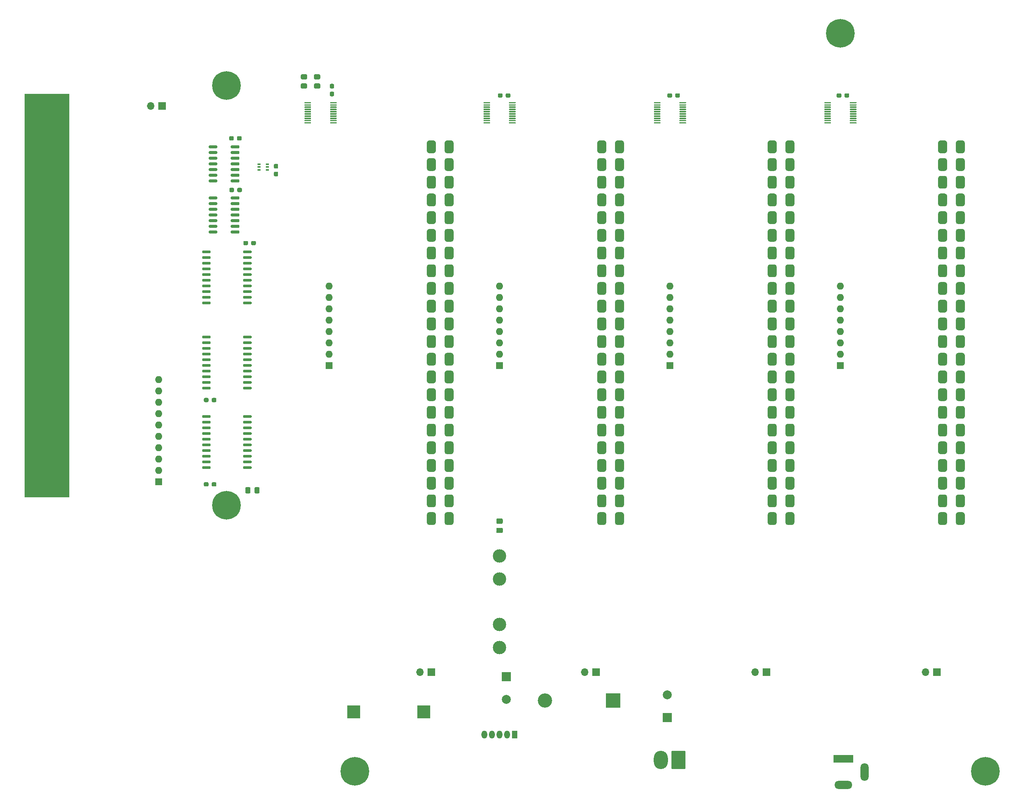
<source format=gbr>
%TF.GenerationSoftware,KiCad,Pcbnew,(5.1.10)-1*%
%TF.CreationDate,2022-08-24T18:43:54-04:00*%
%TF.ProjectId,VIC-20-Rear-Expander,5649432d-3230-42d5-9265-61722d457870,2*%
%TF.SameCoordinates,Original*%
%TF.FileFunction,Soldermask,Top*%
%TF.FilePolarity,Negative*%
%FSLAX46Y46*%
G04 Gerber Fmt 4.6, Leading zero omitted, Abs format (unit mm)*
G04 Created by KiCad (PCBNEW (5.1.10)-1) date 2022-08-24 18:43:54*
%MOMM*%
%LPD*%
G01*
G04 APERTURE LIST*
%ADD10C,0.100000*%
%ADD11R,9.500000X2.250000*%
%ADD12R,3.200000X3.200000*%
%ADD13O,3.200000X3.200000*%
%ADD14C,3.000000*%
%ADD15O,1.800000X4.000000*%
%ADD16O,4.000000X1.800000*%
%ADD17R,4.400000X1.800000*%
%ADD18R,3.000000X2.900000*%
%ADD19R,1.600000X1.600000*%
%ADD20O,1.600000X1.600000*%
%ADD21R,1.700000X1.700000*%
%ADD22O,1.700000X1.700000*%
%ADD23R,0.650000X0.400000*%
%ADD24R,1.275000X1.800000*%
%ADD25O,1.275000X1.800000*%
%ADD26R,2.000000X2.000000*%
%ADD27C,2.000000*%
%ADD28O,3.160000X4.100000*%
%ADD29C,6.400000*%
%ADD30C,0.800000*%
G04 APERTURE END LIST*
D10*
%TO.C,X1*%
G36*
X64635000Y-66860000D02*
G01*
X64635000Y-157060000D01*
X74585000Y-157060000D01*
X74585000Y-66860000D01*
X64635000Y-66860000D01*
G37*
X64635000Y-66860000D02*
X64635000Y-157060000D01*
X74585000Y-157060000D01*
X74585000Y-66860000D01*
X64635000Y-66860000D01*
%TD*%
%TO.C,X2*%
G36*
G01*
X160035000Y-80165000D02*
X159035000Y-80165000D01*
G75*
G02*
X158535000Y-79665000I0J500000D01*
G01*
X158535000Y-77815000D01*
G75*
G02*
X159035000Y-77315000I500000J0D01*
G01*
X160035000Y-77315000D01*
G75*
G02*
X160535000Y-77815000I0J-500000D01*
G01*
X160535000Y-79665000D01*
G75*
G02*
X160035000Y-80165000I-500000J0D01*
G01*
G37*
G36*
G01*
X160035000Y-84125000D02*
X159035000Y-84125000D01*
G75*
G02*
X158535000Y-83625000I0J500000D01*
G01*
X158535000Y-81775000D01*
G75*
G02*
X159035000Y-81275000I500000J0D01*
G01*
X160035000Y-81275000D01*
G75*
G02*
X160535000Y-81775000I0J-500000D01*
G01*
X160535000Y-83625000D01*
G75*
G02*
X160035000Y-84125000I-500000J0D01*
G01*
G37*
G36*
G01*
X160035000Y-88085000D02*
X159035000Y-88085000D01*
G75*
G02*
X158535000Y-87585000I0J500000D01*
G01*
X158535000Y-85735000D01*
G75*
G02*
X159035000Y-85235000I500000J0D01*
G01*
X160035000Y-85235000D01*
G75*
G02*
X160535000Y-85735000I0J-500000D01*
G01*
X160535000Y-87585000D01*
G75*
G02*
X160035000Y-88085000I-500000J0D01*
G01*
G37*
G36*
G01*
X160035000Y-92045000D02*
X159035000Y-92045000D01*
G75*
G02*
X158535000Y-91545000I0J500000D01*
G01*
X158535000Y-89695000D01*
G75*
G02*
X159035000Y-89195000I500000J0D01*
G01*
X160035000Y-89195000D01*
G75*
G02*
X160535000Y-89695000I0J-500000D01*
G01*
X160535000Y-91545000D01*
G75*
G02*
X160035000Y-92045000I-500000J0D01*
G01*
G37*
G36*
G01*
X160035000Y-96005000D02*
X159035000Y-96005000D01*
G75*
G02*
X158535000Y-95505000I0J500000D01*
G01*
X158535000Y-93655000D01*
G75*
G02*
X159035000Y-93155000I500000J0D01*
G01*
X160035000Y-93155000D01*
G75*
G02*
X160535000Y-93655000I0J-500000D01*
G01*
X160535000Y-95505000D01*
G75*
G02*
X160035000Y-96005000I-500000J0D01*
G01*
G37*
G36*
G01*
X160035000Y-99965000D02*
X159035000Y-99965000D01*
G75*
G02*
X158535000Y-99465000I0J500000D01*
G01*
X158535000Y-97615000D01*
G75*
G02*
X159035000Y-97115000I500000J0D01*
G01*
X160035000Y-97115000D01*
G75*
G02*
X160535000Y-97615000I0J-500000D01*
G01*
X160535000Y-99465000D01*
G75*
G02*
X160035000Y-99965000I-500000J0D01*
G01*
G37*
G36*
G01*
X160035000Y-103925000D02*
X159035000Y-103925000D01*
G75*
G02*
X158535000Y-103425000I0J500000D01*
G01*
X158535000Y-101575000D01*
G75*
G02*
X159035000Y-101075000I500000J0D01*
G01*
X160035000Y-101075000D01*
G75*
G02*
X160535000Y-101575000I0J-500000D01*
G01*
X160535000Y-103425000D01*
G75*
G02*
X160035000Y-103925000I-500000J0D01*
G01*
G37*
G36*
G01*
X160035000Y-107885000D02*
X159035000Y-107885000D01*
G75*
G02*
X158535000Y-107385000I0J500000D01*
G01*
X158535000Y-105535000D01*
G75*
G02*
X159035000Y-105035000I500000J0D01*
G01*
X160035000Y-105035000D01*
G75*
G02*
X160535000Y-105535000I0J-500000D01*
G01*
X160535000Y-107385000D01*
G75*
G02*
X160035000Y-107885000I-500000J0D01*
G01*
G37*
G36*
G01*
X160035000Y-111845000D02*
X159035000Y-111845000D01*
G75*
G02*
X158535000Y-111345000I0J500000D01*
G01*
X158535000Y-109495000D01*
G75*
G02*
X159035000Y-108995000I500000J0D01*
G01*
X160035000Y-108995000D01*
G75*
G02*
X160535000Y-109495000I0J-500000D01*
G01*
X160535000Y-111345000D01*
G75*
G02*
X160035000Y-111845000I-500000J0D01*
G01*
G37*
G36*
G01*
X160035000Y-115805000D02*
X159035000Y-115805000D01*
G75*
G02*
X158535000Y-115305000I0J500000D01*
G01*
X158535000Y-113455000D01*
G75*
G02*
X159035000Y-112955000I500000J0D01*
G01*
X160035000Y-112955000D01*
G75*
G02*
X160535000Y-113455000I0J-500000D01*
G01*
X160535000Y-115305000D01*
G75*
G02*
X160035000Y-115805000I-500000J0D01*
G01*
G37*
G36*
G01*
X160035000Y-119765000D02*
X159035000Y-119765000D01*
G75*
G02*
X158535000Y-119265000I0J500000D01*
G01*
X158535000Y-117415000D01*
G75*
G02*
X159035000Y-116915000I500000J0D01*
G01*
X160035000Y-116915000D01*
G75*
G02*
X160535000Y-117415000I0J-500000D01*
G01*
X160535000Y-119265000D01*
G75*
G02*
X160035000Y-119765000I-500000J0D01*
G01*
G37*
G36*
G01*
X160035000Y-123725000D02*
X159035000Y-123725000D01*
G75*
G02*
X158535000Y-123225000I0J500000D01*
G01*
X158535000Y-121375000D01*
G75*
G02*
X159035000Y-120875000I500000J0D01*
G01*
X160035000Y-120875000D01*
G75*
G02*
X160535000Y-121375000I0J-500000D01*
G01*
X160535000Y-123225000D01*
G75*
G02*
X160035000Y-123725000I-500000J0D01*
G01*
G37*
G36*
G01*
X160035000Y-127685000D02*
X159035000Y-127685000D01*
G75*
G02*
X158535000Y-127185000I0J500000D01*
G01*
X158535000Y-125335000D01*
G75*
G02*
X159035000Y-124835000I500000J0D01*
G01*
X160035000Y-124835000D01*
G75*
G02*
X160535000Y-125335000I0J-500000D01*
G01*
X160535000Y-127185000D01*
G75*
G02*
X160035000Y-127685000I-500000J0D01*
G01*
G37*
G36*
G01*
X160035000Y-131645000D02*
X159035000Y-131645000D01*
G75*
G02*
X158535000Y-131145000I0J500000D01*
G01*
X158535000Y-129295000D01*
G75*
G02*
X159035000Y-128795000I500000J0D01*
G01*
X160035000Y-128795000D01*
G75*
G02*
X160535000Y-129295000I0J-500000D01*
G01*
X160535000Y-131145000D01*
G75*
G02*
X160035000Y-131645000I-500000J0D01*
G01*
G37*
G36*
G01*
X160035000Y-135605000D02*
X159035000Y-135605000D01*
G75*
G02*
X158535000Y-135105000I0J500000D01*
G01*
X158535000Y-133255000D01*
G75*
G02*
X159035000Y-132755000I500000J0D01*
G01*
X160035000Y-132755000D01*
G75*
G02*
X160535000Y-133255000I0J-500000D01*
G01*
X160535000Y-135105000D01*
G75*
G02*
X160035000Y-135605000I-500000J0D01*
G01*
G37*
G36*
G01*
X160035000Y-139565000D02*
X159035000Y-139565000D01*
G75*
G02*
X158535000Y-139065000I0J500000D01*
G01*
X158535000Y-137215000D01*
G75*
G02*
X159035000Y-136715000I500000J0D01*
G01*
X160035000Y-136715000D01*
G75*
G02*
X160535000Y-137215000I0J-500000D01*
G01*
X160535000Y-139065000D01*
G75*
G02*
X160035000Y-139565000I-500000J0D01*
G01*
G37*
G36*
G01*
X160035000Y-143525000D02*
X159035000Y-143525000D01*
G75*
G02*
X158535000Y-143025000I0J500000D01*
G01*
X158535000Y-141175000D01*
G75*
G02*
X159035000Y-140675000I500000J0D01*
G01*
X160035000Y-140675000D01*
G75*
G02*
X160535000Y-141175000I0J-500000D01*
G01*
X160535000Y-143025000D01*
G75*
G02*
X160035000Y-143525000I-500000J0D01*
G01*
G37*
G36*
G01*
X160035000Y-147485000D02*
X159035000Y-147485000D01*
G75*
G02*
X158535000Y-146985000I0J500000D01*
G01*
X158535000Y-145135000D01*
G75*
G02*
X159035000Y-144635000I500000J0D01*
G01*
X160035000Y-144635000D01*
G75*
G02*
X160535000Y-145135000I0J-500000D01*
G01*
X160535000Y-146985000D01*
G75*
G02*
X160035000Y-147485000I-500000J0D01*
G01*
G37*
G36*
G01*
X160035000Y-151445000D02*
X159035000Y-151445000D01*
G75*
G02*
X158535000Y-150945000I0J500000D01*
G01*
X158535000Y-149095000D01*
G75*
G02*
X159035000Y-148595000I500000J0D01*
G01*
X160035000Y-148595000D01*
G75*
G02*
X160535000Y-149095000I0J-500000D01*
G01*
X160535000Y-150945000D01*
G75*
G02*
X160035000Y-151445000I-500000J0D01*
G01*
G37*
G36*
G01*
X160035000Y-155405000D02*
X159035000Y-155405000D01*
G75*
G02*
X158535000Y-154905000I0J500000D01*
G01*
X158535000Y-153055000D01*
G75*
G02*
X159035000Y-152555000I500000J0D01*
G01*
X160035000Y-152555000D01*
G75*
G02*
X160535000Y-153055000I0J-500000D01*
G01*
X160535000Y-154905000D01*
G75*
G02*
X160035000Y-155405000I-500000J0D01*
G01*
G37*
G36*
G01*
X160035000Y-159365000D02*
X159035000Y-159365000D01*
G75*
G02*
X158535000Y-158865000I0J500000D01*
G01*
X158535000Y-157015000D01*
G75*
G02*
X159035000Y-156515000I500000J0D01*
G01*
X160035000Y-156515000D01*
G75*
G02*
X160535000Y-157015000I0J-500000D01*
G01*
X160535000Y-158865000D01*
G75*
G02*
X160035000Y-159365000I-500000J0D01*
G01*
G37*
G36*
G01*
X160035000Y-163325000D02*
X159035000Y-163325000D01*
G75*
G02*
X158535000Y-162825000I0J500000D01*
G01*
X158535000Y-160975000D01*
G75*
G02*
X159035000Y-160475000I500000J0D01*
G01*
X160035000Y-160475000D01*
G75*
G02*
X160535000Y-160975000I0J-500000D01*
G01*
X160535000Y-162825000D01*
G75*
G02*
X160035000Y-163325000I-500000J0D01*
G01*
G37*
G36*
G01*
X156075000Y-80165000D02*
X155075000Y-80165000D01*
G75*
G02*
X154575000Y-79665000I0J500000D01*
G01*
X154575000Y-77815000D01*
G75*
G02*
X155075000Y-77315000I500000J0D01*
G01*
X156075000Y-77315000D01*
G75*
G02*
X156575000Y-77815000I0J-500000D01*
G01*
X156575000Y-79665000D01*
G75*
G02*
X156075000Y-80165000I-500000J0D01*
G01*
G37*
G36*
G01*
X156075000Y-84125000D02*
X155075000Y-84125000D01*
G75*
G02*
X154575000Y-83625000I0J500000D01*
G01*
X154575000Y-81775000D01*
G75*
G02*
X155075000Y-81275000I500000J0D01*
G01*
X156075000Y-81275000D01*
G75*
G02*
X156575000Y-81775000I0J-500000D01*
G01*
X156575000Y-83625000D01*
G75*
G02*
X156075000Y-84125000I-500000J0D01*
G01*
G37*
G36*
G01*
X156075000Y-88085000D02*
X155075000Y-88085000D01*
G75*
G02*
X154575000Y-87585000I0J500000D01*
G01*
X154575000Y-85735000D01*
G75*
G02*
X155075000Y-85235000I500000J0D01*
G01*
X156075000Y-85235000D01*
G75*
G02*
X156575000Y-85735000I0J-500000D01*
G01*
X156575000Y-87585000D01*
G75*
G02*
X156075000Y-88085000I-500000J0D01*
G01*
G37*
G36*
G01*
X156075000Y-92045000D02*
X155075000Y-92045000D01*
G75*
G02*
X154575000Y-91545000I0J500000D01*
G01*
X154575000Y-89695000D01*
G75*
G02*
X155075000Y-89195000I500000J0D01*
G01*
X156075000Y-89195000D01*
G75*
G02*
X156575000Y-89695000I0J-500000D01*
G01*
X156575000Y-91545000D01*
G75*
G02*
X156075000Y-92045000I-500000J0D01*
G01*
G37*
G36*
G01*
X156075000Y-96005000D02*
X155075000Y-96005000D01*
G75*
G02*
X154575000Y-95505000I0J500000D01*
G01*
X154575000Y-93655000D01*
G75*
G02*
X155075000Y-93155000I500000J0D01*
G01*
X156075000Y-93155000D01*
G75*
G02*
X156575000Y-93655000I0J-500000D01*
G01*
X156575000Y-95505000D01*
G75*
G02*
X156075000Y-96005000I-500000J0D01*
G01*
G37*
G36*
G01*
X156075000Y-99965000D02*
X155075000Y-99965000D01*
G75*
G02*
X154575000Y-99465000I0J500000D01*
G01*
X154575000Y-97615000D01*
G75*
G02*
X155075000Y-97115000I500000J0D01*
G01*
X156075000Y-97115000D01*
G75*
G02*
X156575000Y-97615000I0J-500000D01*
G01*
X156575000Y-99465000D01*
G75*
G02*
X156075000Y-99965000I-500000J0D01*
G01*
G37*
G36*
G01*
X156075000Y-103925000D02*
X155075000Y-103925000D01*
G75*
G02*
X154575000Y-103425000I0J500000D01*
G01*
X154575000Y-101575000D01*
G75*
G02*
X155075000Y-101075000I500000J0D01*
G01*
X156075000Y-101075000D01*
G75*
G02*
X156575000Y-101575000I0J-500000D01*
G01*
X156575000Y-103425000D01*
G75*
G02*
X156075000Y-103925000I-500000J0D01*
G01*
G37*
G36*
G01*
X156075000Y-107885000D02*
X155075000Y-107885000D01*
G75*
G02*
X154575000Y-107385000I0J500000D01*
G01*
X154575000Y-105535000D01*
G75*
G02*
X155075000Y-105035000I500000J0D01*
G01*
X156075000Y-105035000D01*
G75*
G02*
X156575000Y-105535000I0J-500000D01*
G01*
X156575000Y-107385000D01*
G75*
G02*
X156075000Y-107885000I-500000J0D01*
G01*
G37*
G36*
G01*
X156075000Y-111845000D02*
X155075000Y-111845000D01*
G75*
G02*
X154575000Y-111345000I0J500000D01*
G01*
X154575000Y-109495000D01*
G75*
G02*
X155075000Y-108995000I500000J0D01*
G01*
X156075000Y-108995000D01*
G75*
G02*
X156575000Y-109495000I0J-500000D01*
G01*
X156575000Y-111345000D01*
G75*
G02*
X156075000Y-111845000I-500000J0D01*
G01*
G37*
G36*
G01*
X156075000Y-115805000D02*
X155075000Y-115805000D01*
G75*
G02*
X154575000Y-115305000I0J500000D01*
G01*
X154575000Y-113455000D01*
G75*
G02*
X155075000Y-112955000I500000J0D01*
G01*
X156075000Y-112955000D01*
G75*
G02*
X156575000Y-113455000I0J-500000D01*
G01*
X156575000Y-115305000D01*
G75*
G02*
X156075000Y-115805000I-500000J0D01*
G01*
G37*
G36*
G01*
X156075000Y-119765000D02*
X155075000Y-119765000D01*
G75*
G02*
X154575000Y-119265000I0J500000D01*
G01*
X154575000Y-117415000D01*
G75*
G02*
X155075000Y-116915000I500000J0D01*
G01*
X156075000Y-116915000D01*
G75*
G02*
X156575000Y-117415000I0J-500000D01*
G01*
X156575000Y-119265000D01*
G75*
G02*
X156075000Y-119765000I-500000J0D01*
G01*
G37*
G36*
G01*
X156075000Y-123725000D02*
X155075000Y-123725000D01*
G75*
G02*
X154575000Y-123225000I0J500000D01*
G01*
X154575000Y-121375000D01*
G75*
G02*
X155075000Y-120875000I500000J0D01*
G01*
X156075000Y-120875000D01*
G75*
G02*
X156575000Y-121375000I0J-500000D01*
G01*
X156575000Y-123225000D01*
G75*
G02*
X156075000Y-123725000I-500000J0D01*
G01*
G37*
G36*
G01*
X156075000Y-127685000D02*
X155075000Y-127685000D01*
G75*
G02*
X154575000Y-127185000I0J500000D01*
G01*
X154575000Y-125335000D01*
G75*
G02*
X155075000Y-124835000I500000J0D01*
G01*
X156075000Y-124835000D01*
G75*
G02*
X156575000Y-125335000I0J-500000D01*
G01*
X156575000Y-127185000D01*
G75*
G02*
X156075000Y-127685000I-500000J0D01*
G01*
G37*
G36*
G01*
X156075000Y-131645000D02*
X155075000Y-131645000D01*
G75*
G02*
X154575000Y-131145000I0J500000D01*
G01*
X154575000Y-129295000D01*
G75*
G02*
X155075000Y-128795000I500000J0D01*
G01*
X156075000Y-128795000D01*
G75*
G02*
X156575000Y-129295000I0J-500000D01*
G01*
X156575000Y-131145000D01*
G75*
G02*
X156075000Y-131645000I-500000J0D01*
G01*
G37*
G36*
G01*
X156075000Y-135605000D02*
X155075000Y-135605000D01*
G75*
G02*
X154575000Y-135105000I0J500000D01*
G01*
X154575000Y-133255000D01*
G75*
G02*
X155075000Y-132755000I500000J0D01*
G01*
X156075000Y-132755000D01*
G75*
G02*
X156575000Y-133255000I0J-500000D01*
G01*
X156575000Y-135105000D01*
G75*
G02*
X156075000Y-135605000I-500000J0D01*
G01*
G37*
G36*
G01*
X156075000Y-139565000D02*
X155075000Y-139565000D01*
G75*
G02*
X154575000Y-139065000I0J500000D01*
G01*
X154575000Y-137215000D01*
G75*
G02*
X155075000Y-136715000I500000J0D01*
G01*
X156075000Y-136715000D01*
G75*
G02*
X156575000Y-137215000I0J-500000D01*
G01*
X156575000Y-139065000D01*
G75*
G02*
X156075000Y-139565000I-500000J0D01*
G01*
G37*
G36*
G01*
X156075000Y-143525000D02*
X155075000Y-143525000D01*
G75*
G02*
X154575000Y-143025000I0J500000D01*
G01*
X154575000Y-141175000D01*
G75*
G02*
X155075000Y-140675000I500000J0D01*
G01*
X156075000Y-140675000D01*
G75*
G02*
X156575000Y-141175000I0J-500000D01*
G01*
X156575000Y-143025000D01*
G75*
G02*
X156075000Y-143525000I-500000J0D01*
G01*
G37*
G36*
G01*
X156075000Y-147485000D02*
X155075000Y-147485000D01*
G75*
G02*
X154575000Y-146985000I0J500000D01*
G01*
X154575000Y-145135000D01*
G75*
G02*
X155075000Y-144635000I500000J0D01*
G01*
X156075000Y-144635000D01*
G75*
G02*
X156575000Y-145135000I0J-500000D01*
G01*
X156575000Y-146985000D01*
G75*
G02*
X156075000Y-147485000I-500000J0D01*
G01*
G37*
G36*
G01*
X156075000Y-151445000D02*
X155075000Y-151445000D01*
G75*
G02*
X154575000Y-150945000I0J500000D01*
G01*
X154575000Y-149095000D01*
G75*
G02*
X155075000Y-148595000I500000J0D01*
G01*
X156075000Y-148595000D01*
G75*
G02*
X156575000Y-149095000I0J-500000D01*
G01*
X156575000Y-150945000D01*
G75*
G02*
X156075000Y-151445000I-500000J0D01*
G01*
G37*
G36*
G01*
X156075000Y-155405000D02*
X155075000Y-155405000D01*
G75*
G02*
X154575000Y-154905000I0J500000D01*
G01*
X154575000Y-153055000D01*
G75*
G02*
X155075000Y-152555000I500000J0D01*
G01*
X156075000Y-152555000D01*
G75*
G02*
X156575000Y-153055000I0J-500000D01*
G01*
X156575000Y-154905000D01*
G75*
G02*
X156075000Y-155405000I-500000J0D01*
G01*
G37*
G36*
G01*
X156075000Y-159365000D02*
X155075000Y-159365000D01*
G75*
G02*
X154575000Y-158865000I0J500000D01*
G01*
X154575000Y-157015000D01*
G75*
G02*
X155075000Y-156515000I500000J0D01*
G01*
X156075000Y-156515000D01*
G75*
G02*
X156575000Y-157015000I0J-500000D01*
G01*
X156575000Y-158865000D01*
G75*
G02*
X156075000Y-159365000I-500000J0D01*
G01*
G37*
G36*
G01*
X156075000Y-163325000D02*
X155075000Y-163325000D01*
G75*
G02*
X154575000Y-162825000I0J500000D01*
G01*
X154575000Y-160975000D01*
G75*
G02*
X155075000Y-160475000I500000J0D01*
G01*
X156075000Y-160475000D01*
G75*
G02*
X156575000Y-160975000I0J-500000D01*
G01*
X156575000Y-162825000D01*
G75*
G02*
X156075000Y-163325000I-500000J0D01*
G01*
G37*
%TD*%
%TO.C,X3*%
G36*
G01*
X198135000Y-80165000D02*
X197135000Y-80165000D01*
G75*
G02*
X196635000Y-79665000I0J500000D01*
G01*
X196635000Y-77815000D01*
G75*
G02*
X197135000Y-77315000I500000J0D01*
G01*
X198135000Y-77315000D01*
G75*
G02*
X198635000Y-77815000I0J-500000D01*
G01*
X198635000Y-79665000D01*
G75*
G02*
X198135000Y-80165000I-500000J0D01*
G01*
G37*
G36*
G01*
X198135000Y-84125000D02*
X197135000Y-84125000D01*
G75*
G02*
X196635000Y-83625000I0J500000D01*
G01*
X196635000Y-81775000D01*
G75*
G02*
X197135000Y-81275000I500000J0D01*
G01*
X198135000Y-81275000D01*
G75*
G02*
X198635000Y-81775000I0J-500000D01*
G01*
X198635000Y-83625000D01*
G75*
G02*
X198135000Y-84125000I-500000J0D01*
G01*
G37*
G36*
G01*
X198135000Y-88085000D02*
X197135000Y-88085000D01*
G75*
G02*
X196635000Y-87585000I0J500000D01*
G01*
X196635000Y-85735000D01*
G75*
G02*
X197135000Y-85235000I500000J0D01*
G01*
X198135000Y-85235000D01*
G75*
G02*
X198635000Y-85735000I0J-500000D01*
G01*
X198635000Y-87585000D01*
G75*
G02*
X198135000Y-88085000I-500000J0D01*
G01*
G37*
G36*
G01*
X198135000Y-92045000D02*
X197135000Y-92045000D01*
G75*
G02*
X196635000Y-91545000I0J500000D01*
G01*
X196635000Y-89695000D01*
G75*
G02*
X197135000Y-89195000I500000J0D01*
G01*
X198135000Y-89195000D01*
G75*
G02*
X198635000Y-89695000I0J-500000D01*
G01*
X198635000Y-91545000D01*
G75*
G02*
X198135000Y-92045000I-500000J0D01*
G01*
G37*
G36*
G01*
X198135000Y-96005000D02*
X197135000Y-96005000D01*
G75*
G02*
X196635000Y-95505000I0J500000D01*
G01*
X196635000Y-93655000D01*
G75*
G02*
X197135000Y-93155000I500000J0D01*
G01*
X198135000Y-93155000D01*
G75*
G02*
X198635000Y-93655000I0J-500000D01*
G01*
X198635000Y-95505000D01*
G75*
G02*
X198135000Y-96005000I-500000J0D01*
G01*
G37*
G36*
G01*
X198135000Y-99965000D02*
X197135000Y-99965000D01*
G75*
G02*
X196635000Y-99465000I0J500000D01*
G01*
X196635000Y-97615000D01*
G75*
G02*
X197135000Y-97115000I500000J0D01*
G01*
X198135000Y-97115000D01*
G75*
G02*
X198635000Y-97615000I0J-500000D01*
G01*
X198635000Y-99465000D01*
G75*
G02*
X198135000Y-99965000I-500000J0D01*
G01*
G37*
G36*
G01*
X198135000Y-103925000D02*
X197135000Y-103925000D01*
G75*
G02*
X196635000Y-103425000I0J500000D01*
G01*
X196635000Y-101575000D01*
G75*
G02*
X197135000Y-101075000I500000J0D01*
G01*
X198135000Y-101075000D01*
G75*
G02*
X198635000Y-101575000I0J-500000D01*
G01*
X198635000Y-103425000D01*
G75*
G02*
X198135000Y-103925000I-500000J0D01*
G01*
G37*
G36*
G01*
X198135000Y-107885000D02*
X197135000Y-107885000D01*
G75*
G02*
X196635000Y-107385000I0J500000D01*
G01*
X196635000Y-105535000D01*
G75*
G02*
X197135000Y-105035000I500000J0D01*
G01*
X198135000Y-105035000D01*
G75*
G02*
X198635000Y-105535000I0J-500000D01*
G01*
X198635000Y-107385000D01*
G75*
G02*
X198135000Y-107885000I-500000J0D01*
G01*
G37*
G36*
G01*
X198135000Y-111845000D02*
X197135000Y-111845000D01*
G75*
G02*
X196635000Y-111345000I0J500000D01*
G01*
X196635000Y-109495000D01*
G75*
G02*
X197135000Y-108995000I500000J0D01*
G01*
X198135000Y-108995000D01*
G75*
G02*
X198635000Y-109495000I0J-500000D01*
G01*
X198635000Y-111345000D01*
G75*
G02*
X198135000Y-111845000I-500000J0D01*
G01*
G37*
G36*
G01*
X198135000Y-115805000D02*
X197135000Y-115805000D01*
G75*
G02*
X196635000Y-115305000I0J500000D01*
G01*
X196635000Y-113455000D01*
G75*
G02*
X197135000Y-112955000I500000J0D01*
G01*
X198135000Y-112955000D01*
G75*
G02*
X198635000Y-113455000I0J-500000D01*
G01*
X198635000Y-115305000D01*
G75*
G02*
X198135000Y-115805000I-500000J0D01*
G01*
G37*
G36*
G01*
X198135000Y-119765000D02*
X197135000Y-119765000D01*
G75*
G02*
X196635000Y-119265000I0J500000D01*
G01*
X196635000Y-117415000D01*
G75*
G02*
X197135000Y-116915000I500000J0D01*
G01*
X198135000Y-116915000D01*
G75*
G02*
X198635000Y-117415000I0J-500000D01*
G01*
X198635000Y-119265000D01*
G75*
G02*
X198135000Y-119765000I-500000J0D01*
G01*
G37*
G36*
G01*
X198135000Y-123725000D02*
X197135000Y-123725000D01*
G75*
G02*
X196635000Y-123225000I0J500000D01*
G01*
X196635000Y-121375000D01*
G75*
G02*
X197135000Y-120875000I500000J0D01*
G01*
X198135000Y-120875000D01*
G75*
G02*
X198635000Y-121375000I0J-500000D01*
G01*
X198635000Y-123225000D01*
G75*
G02*
X198135000Y-123725000I-500000J0D01*
G01*
G37*
G36*
G01*
X198135000Y-127685000D02*
X197135000Y-127685000D01*
G75*
G02*
X196635000Y-127185000I0J500000D01*
G01*
X196635000Y-125335000D01*
G75*
G02*
X197135000Y-124835000I500000J0D01*
G01*
X198135000Y-124835000D01*
G75*
G02*
X198635000Y-125335000I0J-500000D01*
G01*
X198635000Y-127185000D01*
G75*
G02*
X198135000Y-127685000I-500000J0D01*
G01*
G37*
G36*
G01*
X198135000Y-131645000D02*
X197135000Y-131645000D01*
G75*
G02*
X196635000Y-131145000I0J500000D01*
G01*
X196635000Y-129295000D01*
G75*
G02*
X197135000Y-128795000I500000J0D01*
G01*
X198135000Y-128795000D01*
G75*
G02*
X198635000Y-129295000I0J-500000D01*
G01*
X198635000Y-131145000D01*
G75*
G02*
X198135000Y-131645000I-500000J0D01*
G01*
G37*
G36*
G01*
X198135000Y-135605000D02*
X197135000Y-135605000D01*
G75*
G02*
X196635000Y-135105000I0J500000D01*
G01*
X196635000Y-133255000D01*
G75*
G02*
X197135000Y-132755000I500000J0D01*
G01*
X198135000Y-132755000D01*
G75*
G02*
X198635000Y-133255000I0J-500000D01*
G01*
X198635000Y-135105000D01*
G75*
G02*
X198135000Y-135605000I-500000J0D01*
G01*
G37*
G36*
G01*
X198135000Y-139565000D02*
X197135000Y-139565000D01*
G75*
G02*
X196635000Y-139065000I0J500000D01*
G01*
X196635000Y-137215000D01*
G75*
G02*
X197135000Y-136715000I500000J0D01*
G01*
X198135000Y-136715000D01*
G75*
G02*
X198635000Y-137215000I0J-500000D01*
G01*
X198635000Y-139065000D01*
G75*
G02*
X198135000Y-139565000I-500000J0D01*
G01*
G37*
G36*
G01*
X198135000Y-143525000D02*
X197135000Y-143525000D01*
G75*
G02*
X196635000Y-143025000I0J500000D01*
G01*
X196635000Y-141175000D01*
G75*
G02*
X197135000Y-140675000I500000J0D01*
G01*
X198135000Y-140675000D01*
G75*
G02*
X198635000Y-141175000I0J-500000D01*
G01*
X198635000Y-143025000D01*
G75*
G02*
X198135000Y-143525000I-500000J0D01*
G01*
G37*
G36*
G01*
X198135000Y-147485000D02*
X197135000Y-147485000D01*
G75*
G02*
X196635000Y-146985000I0J500000D01*
G01*
X196635000Y-145135000D01*
G75*
G02*
X197135000Y-144635000I500000J0D01*
G01*
X198135000Y-144635000D01*
G75*
G02*
X198635000Y-145135000I0J-500000D01*
G01*
X198635000Y-146985000D01*
G75*
G02*
X198135000Y-147485000I-500000J0D01*
G01*
G37*
G36*
G01*
X198135000Y-151445000D02*
X197135000Y-151445000D01*
G75*
G02*
X196635000Y-150945000I0J500000D01*
G01*
X196635000Y-149095000D01*
G75*
G02*
X197135000Y-148595000I500000J0D01*
G01*
X198135000Y-148595000D01*
G75*
G02*
X198635000Y-149095000I0J-500000D01*
G01*
X198635000Y-150945000D01*
G75*
G02*
X198135000Y-151445000I-500000J0D01*
G01*
G37*
G36*
G01*
X198135000Y-155405000D02*
X197135000Y-155405000D01*
G75*
G02*
X196635000Y-154905000I0J500000D01*
G01*
X196635000Y-153055000D01*
G75*
G02*
X197135000Y-152555000I500000J0D01*
G01*
X198135000Y-152555000D01*
G75*
G02*
X198635000Y-153055000I0J-500000D01*
G01*
X198635000Y-154905000D01*
G75*
G02*
X198135000Y-155405000I-500000J0D01*
G01*
G37*
G36*
G01*
X198135000Y-159365000D02*
X197135000Y-159365000D01*
G75*
G02*
X196635000Y-158865000I0J500000D01*
G01*
X196635000Y-157015000D01*
G75*
G02*
X197135000Y-156515000I500000J0D01*
G01*
X198135000Y-156515000D01*
G75*
G02*
X198635000Y-157015000I0J-500000D01*
G01*
X198635000Y-158865000D01*
G75*
G02*
X198135000Y-159365000I-500000J0D01*
G01*
G37*
G36*
G01*
X198135000Y-163325000D02*
X197135000Y-163325000D01*
G75*
G02*
X196635000Y-162825000I0J500000D01*
G01*
X196635000Y-160975000D01*
G75*
G02*
X197135000Y-160475000I500000J0D01*
G01*
X198135000Y-160475000D01*
G75*
G02*
X198635000Y-160975000I0J-500000D01*
G01*
X198635000Y-162825000D01*
G75*
G02*
X198135000Y-163325000I-500000J0D01*
G01*
G37*
G36*
G01*
X194175000Y-80165000D02*
X193175000Y-80165000D01*
G75*
G02*
X192675000Y-79665000I0J500000D01*
G01*
X192675000Y-77815000D01*
G75*
G02*
X193175000Y-77315000I500000J0D01*
G01*
X194175000Y-77315000D01*
G75*
G02*
X194675000Y-77815000I0J-500000D01*
G01*
X194675000Y-79665000D01*
G75*
G02*
X194175000Y-80165000I-500000J0D01*
G01*
G37*
G36*
G01*
X194175000Y-84125000D02*
X193175000Y-84125000D01*
G75*
G02*
X192675000Y-83625000I0J500000D01*
G01*
X192675000Y-81775000D01*
G75*
G02*
X193175000Y-81275000I500000J0D01*
G01*
X194175000Y-81275000D01*
G75*
G02*
X194675000Y-81775000I0J-500000D01*
G01*
X194675000Y-83625000D01*
G75*
G02*
X194175000Y-84125000I-500000J0D01*
G01*
G37*
G36*
G01*
X194175000Y-88085000D02*
X193175000Y-88085000D01*
G75*
G02*
X192675000Y-87585000I0J500000D01*
G01*
X192675000Y-85735000D01*
G75*
G02*
X193175000Y-85235000I500000J0D01*
G01*
X194175000Y-85235000D01*
G75*
G02*
X194675000Y-85735000I0J-500000D01*
G01*
X194675000Y-87585000D01*
G75*
G02*
X194175000Y-88085000I-500000J0D01*
G01*
G37*
G36*
G01*
X194175000Y-92045000D02*
X193175000Y-92045000D01*
G75*
G02*
X192675000Y-91545000I0J500000D01*
G01*
X192675000Y-89695000D01*
G75*
G02*
X193175000Y-89195000I500000J0D01*
G01*
X194175000Y-89195000D01*
G75*
G02*
X194675000Y-89695000I0J-500000D01*
G01*
X194675000Y-91545000D01*
G75*
G02*
X194175000Y-92045000I-500000J0D01*
G01*
G37*
G36*
G01*
X194175000Y-96005000D02*
X193175000Y-96005000D01*
G75*
G02*
X192675000Y-95505000I0J500000D01*
G01*
X192675000Y-93655000D01*
G75*
G02*
X193175000Y-93155000I500000J0D01*
G01*
X194175000Y-93155000D01*
G75*
G02*
X194675000Y-93655000I0J-500000D01*
G01*
X194675000Y-95505000D01*
G75*
G02*
X194175000Y-96005000I-500000J0D01*
G01*
G37*
G36*
G01*
X194175000Y-99965000D02*
X193175000Y-99965000D01*
G75*
G02*
X192675000Y-99465000I0J500000D01*
G01*
X192675000Y-97615000D01*
G75*
G02*
X193175000Y-97115000I500000J0D01*
G01*
X194175000Y-97115000D01*
G75*
G02*
X194675000Y-97615000I0J-500000D01*
G01*
X194675000Y-99465000D01*
G75*
G02*
X194175000Y-99965000I-500000J0D01*
G01*
G37*
G36*
G01*
X194175000Y-103925000D02*
X193175000Y-103925000D01*
G75*
G02*
X192675000Y-103425000I0J500000D01*
G01*
X192675000Y-101575000D01*
G75*
G02*
X193175000Y-101075000I500000J0D01*
G01*
X194175000Y-101075000D01*
G75*
G02*
X194675000Y-101575000I0J-500000D01*
G01*
X194675000Y-103425000D01*
G75*
G02*
X194175000Y-103925000I-500000J0D01*
G01*
G37*
G36*
G01*
X194175000Y-107885000D02*
X193175000Y-107885000D01*
G75*
G02*
X192675000Y-107385000I0J500000D01*
G01*
X192675000Y-105535000D01*
G75*
G02*
X193175000Y-105035000I500000J0D01*
G01*
X194175000Y-105035000D01*
G75*
G02*
X194675000Y-105535000I0J-500000D01*
G01*
X194675000Y-107385000D01*
G75*
G02*
X194175000Y-107885000I-500000J0D01*
G01*
G37*
G36*
G01*
X194175000Y-111845000D02*
X193175000Y-111845000D01*
G75*
G02*
X192675000Y-111345000I0J500000D01*
G01*
X192675000Y-109495000D01*
G75*
G02*
X193175000Y-108995000I500000J0D01*
G01*
X194175000Y-108995000D01*
G75*
G02*
X194675000Y-109495000I0J-500000D01*
G01*
X194675000Y-111345000D01*
G75*
G02*
X194175000Y-111845000I-500000J0D01*
G01*
G37*
G36*
G01*
X194175000Y-115805000D02*
X193175000Y-115805000D01*
G75*
G02*
X192675000Y-115305000I0J500000D01*
G01*
X192675000Y-113455000D01*
G75*
G02*
X193175000Y-112955000I500000J0D01*
G01*
X194175000Y-112955000D01*
G75*
G02*
X194675000Y-113455000I0J-500000D01*
G01*
X194675000Y-115305000D01*
G75*
G02*
X194175000Y-115805000I-500000J0D01*
G01*
G37*
G36*
G01*
X194175000Y-119765000D02*
X193175000Y-119765000D01*
G75*
G02*
X192675000Y-119265000I0J500000D01*
G01*
X192675000Y-117415000D01*
G75*
G02*
X193175000Y-116915000I500000J0D01*
G01*
X194175000Y-116915000D01*
G75*
G02*
X194675000Y-117415000I0J-500000D01*
G01*
X194675000Y-119265000D01*
G75*
G02*
X194175000Y-119765000I-500000J0D01*
G01*
G37*
G36*
G01*
X194175000Y-123725000D02*
X193175000Y-123725000D01*
G75*
G02*
X192675000Y-123225000I0J500000D01*
G01*
X192675000Y-121375000D01*
G75*
G02*
X193175000Y-120875000I500000J0D01*
G01*
X194175000Y-120875000D01*
G75*
G02*
X194675000Y-121375000I0J-500000D01*
G01*
X194675000Y-123225000D01*
G75*
G02*
X194175000Y-123725000I-500000J0D01*
G01*
G37*
G36*
G01*
X194175000Y-127685000D02*
X193175000Y-127685000D01*
G75*
G02*
X192675000Y-127185000I0J500000D01*
G01*
X192675000Y-125335000D01*
G75*
G02*
X193175000Y-124835000I500000J0D01*
G01*
X194175000Y-124835000D01*
G75*
G02*
X194675000Y-125335000I0J-500000D01*
G01*
X194675000Y-127185000D01*
G75*
G02*
X194175000Y-127685000I-500000J0D01*
G01*
G37*
G36*
G01*
X194175000Y-131645000D02*
X193175000Y-131645000D01*
G75*
G02*
X192675000Y-131145000I0J500000D01*
G01*
X192675000Y-129295000D01*
G75*
G02*
X193175000Y-128795000I500000J0D01*
G01*
X194175000Y-128795000D01*
G75*
G02*
X194675000Y-129295000I0J-500000D01*
G01*
X194675000Y-131145000D01*
G75*
G02*
X194175000Y-131645000I-500000J0D01*
G01*
G37*
G36*
G01*
X194175000Y-135605000D02*
X193175000Y-135605000D01*
G75*
G02*
X192675000Y-135105000I0J500000D01*
G01*
X192675000Y-133255000D01*
G75*
G02*
X193175000Y-132755000I500000J0D01*
G01*
X194175000Y-132755000D01*
G75*
G02*
X194675000Y-133255000I0J-500000D01*
G01*
X194675000Y-135105000D01*
G75*
G02*
X194175000Y-135605000I-500000J0D01*
G01*
G37*
G36*
G01*
X194175000Y-139565000D02*
X193175000Y-139565000D01*
G75*
G02*
X192675000Y-139065000I0J500000D01*
G01*
X192675000Y-137215000D01*
G75*
G02*
X193175000Y-136715000I500000J0D01*
G01*
X194175000Y-136715000D01*
G75*
G02*
X194675000Y-137215000I0J-500000D01*
G01*
X194675000Y-139065000D01*
G75*
G02*
X194175000Y-139565000I-500000J0D01*
G01*
G37*
G36*
G01*
X194175000Y-143525000D02*
X193175000Y-143525000D01*
G75*
G02*
X192675000Y-143025000I0J500000D01*
G01*
X192675000Y-141175000D01*
G75*
G02*
X193175000Y-140675000I500000J0D01*
G01*
X194175000Y-140675000D01*
G75*
G02*
X194675000Y-141175000I0J-500000D01*
G01*
X194675000Y-143025000D01*
G75*
G02*
X194175000Y-143525000I-500000J0D01*
G01*
G37*
G36*
G01*
X194175000Y-147485000D02*
X193175000Y-147485000D01*
G75*
G02*
X192675000Y-146985000I0J500000D01*
G01*
X192675000Y-145135000D01*
G75*
G02*
X193175000Y-144635000I500000J0D01*
G01*
X194175000Y-144635000D01*
G75*
G02*
X194675000Y-145135000I0J-500000D01*
G01*
X194675000Y-146985000D01*
G75*
G02*
X194175000Y-147485000I-500000J0D01*
G01*
G37*
G36*
G01*
X194175000Y-151445000D02*
X193175000Y-151445000D01*
G75*
G02*
X192675000Y-150945000I0J500000D01*
G01*
X192675000Y-149095000D01*
G75*
G02*
X193175000Y-148595000I500000J0D01*
G01*
X194175000Y-148595000D01*
G75*
G02*
X194675000Y-149095000I0J-500000D01*
G01*
X194675000Y-150945000D01*
G75*
G02*
X194175000Y-151445000I-500000J0D01*
G01*
G37*
G36*
G01*
X194175000Y-155405000D02*
X193175000Y-155405000D01*
G75*
G02*
X192675000Y-154905000I0J500000D01*
G01*
X192675000Y-153055000D01*
G75*
G02*
X193175000Y-152555000I500000J0D01*
G01*
X194175000Y-152555000D01*
G75*
G02*
X194675000Y-153055000I0J-500000D01*
G01*
X194675000Y-154905000D01*
G75*
G02*
X194175000Y-155405000I-500000J0D01*
G01*
G37*
G36*
G01*
X194175000Y-159365000D02*
X193175000Y-159365000D01*
G75*
G02*
X192675000Y-158865000I0J500000D01*
G01*
X192675000Y-157015000D01*
G75*
G02*
X193175000Y-156515000I500000J0D01*
G01*
X194175000Y-156515000D01*
G75*
G02*
X194675000Y-157015000I0J-500000D01*
G01*
X194675000Y-158865000D01*
G75*
G02*
X194175000Y-159365000I-500000J0D01*
G01*
G37*
G36*
G01*
X194175000Y-163325000D02*
X193175000Y-163325000D01*
G75*
G02*
X192675000Y-162825000I0J500000D01*
G01*
X192675000Y-160975000D01*
G75*
G02*
X193175000Y-160475000I500000J0D01*
G01*
X194175000Y-160475000D01*
G75*
G02*
X194675000Y-160975000I0J-500000D01*
G01*
X194675000Y-162825000D01*
G75*
G02*
X194175000Y-163325000I-500000J0D01*
G01*
G37*
%TD*%
%TO.C,X4*%
G36*
G01*
X236235000Y-80165000D02*
X235235000Y-80165000D01*
G75*
G02*
X234735000Y-79665000I0J500000D01*
G01*
X234735000Y-77815000D01*
G75*
G02*
X235235000Y-77315000I500000J0D01*
G01*
X236235000Y-77315000D01*
G75*
G02*
X236735000Y-77815000I0J-500000D01*
G01*
X236735000Y-79665000D01*
G75*
G02*
X236235000Y-80165000I-500000J0D01*
G01*
G37*
G36*
G01*
X236235000Y-84125000D02*
X235235000Y-84125000D01*
G75*
G02*
X234735000Y-83625000I0J500000D01*
G01*
X234735000Y-81775000D01*
G75*
G02*
X235235000Y-81275000I500000J0D01*
G01*
X236235000Y-81275000D01*
G75*
G02*
X236735000Y-81775000I0J-500000D01*
G01*
X236735000Y-83625000D01*
G75*
G02*
X236235000Y-84125000I-500000J0D01*
G01*
G37*
G36*
G01*
X236235000Y-88085000D02*
X235235000Y-88085000D01*
G75*
G02*
X234735000Y-87585000I0J500000D01*
G01*
X234735000Y-85735000D01*
G75*
G02*
X235235000Y-85235000I500000J0D01*
G01*
X236235000Y-85235000D01*
G75*
G02*
X236735000Y-85735000I0J-500000D01*
G01*
X236735000Y-87585000D01*
G75*
G02*
X236235000Y-88085000I-500000J0D01*
G01*
G37*
G36*
G01*
X236235000Y-92045000D02*
X235235000Y-92045000D01*
G75*
G02*
X234735000Y-91545000I0J500000D01*
G01*
X234735000Y-89695000D01*
G75*
G02*
X235235000Y-89195000I500000J0D01*
G01*
X236235000Y-89195000D01*
G75*
G02*
X236735000Y-89695000I0J-500000D01*
G01*
X236735000Y-91545000D01*
G75*
G02*
X236235000Y-92045000I-500000J0D01*
G01*
G37*
G36*
G01*
X236235000Y-96005000D02*
X235235000Y-96005000D01*
G75*
G02*
X234735000Y-95505000I0J500000D01*
G01*
X234735000Y-93655000D01*
G75*
G02*
X235235000Y-93155000I500000J0D01*
G01*
X236235000Y-93155000D01*
G75*
G02*
X236735000Y-93655000I0J-500000D01*
G01*
X236735000Y-95505000D01*
G75*
G02*
X236235000Y-96005000I-500000J0D01*
G01*
G37*
G36*
G01*
X236235000Y-99965000D02*
X235235000Y-99965000D01*
G75*
G02*
X234735000Y-99465000I0J500000D01*
G01*
X234735000Y-97615000D01*
G75*
G02*
X235235000Y-97115000I500000J0D01*
G01*
X236235000Y-97115000D01*
G75*
G02*
X236735000Y-97615000I0J-500000D01*
G01*
X236735000Y-99465000D01*
G75*
G02*
X236235000Y-99965000I-500000J0D01*
G01*
G37*
G36*
G01*
X236235000Y-103925000D02*
X235235000Y-103925000D01*
G75*
G02*
X234735000Y-103425000I0J500000D01*
G01*
X234735000Y-101575000D01*
G75*
G02*
X235235000Y-101075000I500000J0D01*
G01*
X236235000Y-101075000D01*
G75*
G02*
X236735000Y-101575000I0J-500000D01*
G01*
X236735000Y-103425000D01*
G75*
G02*
X236235000Y-103925000I-500000J0D01*
G01*
G37*
G36*
G01*
X236235000Y-107885000D02*
X235235000Y-107885000D01*
G75*
G02*
X234735000Y-107385000I0J500000D01*
G01*
X234735000Y-105535000D01*
G75*
G02*
X235235000Y-105035000I500000J0D01*
G01*
X236235000Y-105035000D01*
G75*
G02*
X236735000Y-105535000I0J-500000D01*
G01*
X236735000Y-107385000D01*
G75*
G02*
X236235000Y-107885000I-500000J0D01*
G01*
G37*
G36*
G01*
X236235000Y-111845000D02*
X235235000Y-111845000D01*
G75*
G02*
X234735000Y-111345000I0J500000D01*
G01*
X234735000Y-109495000D01*
G75*
G02*
X235235000Y-108995000I500000J0D01*
G01*
X236235000Y-108995000D01*
G75*
G02*
X236735000Y-109495000I0J-500000D01*
G01*
X236735000Y-111345000D01*
G75*
G02*
X236235000Y-111845000I-500000J0D01*
G01*
G37*
G36*
G01*
X236235000Y-115805000D02*
X235235000Y-115805000D01*
G75*
G02*
X234735000Y-115305000I0J500000D01*
G01*
X234735000Y-113455000D01*
G75*
G02*
X235235000Y-112955000I500000J0D01*
G01*
X236235000Y-112955000D01*
G75*
G02*
X236735000Y-113455000I0J-500000D01*
G01*
X236735000Y-115305000D01*
G75*
G02*
X236235000Y-115805000I-500000J0D01*
G01*
G37*
G36*
G01*
X236235000Y-119765000D02*
X235235000Y-119765000D01*
G75*
G02*
X234735000Y-119265000I0J500000D01*
G01*
X234735000Y-117415000D01*
G75*
G02*
X235235000Y-116915000I500000J0D01*
G01*
X236235000Y-116915000D01*
G75*
G02*
X236735000Y-117415000I0J-500000D01*
G01*
X236735000Y-119265000D01*
G75*
G02*
X236235000Y-119765000I-500000J0D01*
G01*
G37*
G36*
G01*
X236235000Y-123725000D02*
X235235000Y-123725000D01*
G75*
G02*
X234735000Y-123225000I0J500000D01*
G01*
X234735000Y-121375000D01*
G75*
G02*
X235235000Y-120875000I500000J0D01*
G01*
X236235000Y-120875000D01*
G75*
G02*
X236735000Y-121375000I0J-500000D01*
G01*
X236735000Y-123225000D01*
G75*
G02*
X236235000Y-123725000I-500000J0D01*
G01*
G37*
G36*
G01*
X236235000Y-127685000D02*
X235235000Y-127685000D01*
G75*
G02*
X234735000Y-127185000I0J500000D01*
G01*
X234735000Y-125335000D01*
G75*
G02*
X235235000Y-124835000I500000J0D01*
G01*
X236235000Y-124835000D01*
G75*
G02*
X236735000Y-125335000I0J-500000D01*
G01*
X236735000Y-127185000D01*
G75*
G02*
X236235000Y-127685000I-500000J0D01*
G01*
G37*
G36*
G01*
X236235000Y-131645000D02*
X235235000Y-131645000D01*
G75*
G02*
X234735000Y-131145000I0J500000D01*
G01*
X234735000Y-129295000D01*
G75*
G02*
X235235000Y-128795000I500000J0D01*
G01*
X236235000Y-128795000D01*
G75*
G02*
X236735000Y-129295000I0J-500000D01*
G01*
X236735000Y-131145000D01*
G75*
G02*
X236235000Y-131645000I-500000J0D01*
G01*
G37*
G36*
G01*
X236235000Y-135605000D02*
X235235000Y-135605000D01*
G75*
G02*
X234735000Y-135105000I0J500000D01*
G01*
X234735000Y-133255000D01*
G75*
G02*
X235235000Y-132755000I500000J0D01*
G01*
X236235000Y-132755000D01*
G75*
G02*
X236735000Y-133255000I0J-500000D01*
G01*
X236735000Y-135105000D01*
G75*
G02*
X236235000Y-135605000I-500000J0D01*
G01*
G37*
G36*
G01*
X236235000Y-139565000D02*
X235235000Y-139565000D01*
G75*
G02*
X234735000Y-139065000I0J500000D01*
G01*
X234735000Y-137215000D01*
G75*
G02*
X235235000Y-136715000I500000J0D01*
G01*
X236235000Y-136715000D01*
G75*
G02*
X236735000Y-137215000I0J-500000D01*
G01*
X236735000Y-139065000D01*
G75*
G02*
X236235000Y-139565000I-500000J0D01*
G01*
G37*
G36*
G01*
X236235000Y-143525000D02*
X235235000Y-143525000D01*
G75*
G02*
X234735000Y-143025000I0J500000D01*
G01*
X234735000Y-141175000D01*
G75*
G02*
X235235000Y-140675000I500000J0D01*
G01*
X236235000Y-140675000D01*
G75*
G02*
X236735000Y-141175000I0J-500000D01*
G01*
X236735000Y-143025000D01*
G75*
G02*
X236235000Y-143525000I-500000J0D01*
G01*
G37*
G36*
G01*
X236235000Y-147485000D02*
X235235000Y-147485000D01*
G75*
G02*
X234735000Y-146985000I0J500000D01*
G01*
X234735000Y-145135000D01*
G75*
G02*
X235235000Y-144635000I500000J0D01*
G01*
X236235000Y-144635000D01*
G75*
G02*
X236735000Y-145135000I0J-500000D01*
G01*
X236735000Y-146985000D01*
G75*
G02*
X236235000Y-147485000I-500000J0D01*
G01*
G37*
G36*
G01*
X236235000Y-151445000D02*
X235235000Y-151445000D01*
G75*
G02*
X234735000Y-150945000I0J500000D01*
G01*
X234735000Y-149095000D01*
G75*
G02*
X235235000Y-148595000I500000J0D01*
G01*
X236235000Y-148595000D01*
G75*
G02*
X236735000Y-149095000I0J-500000D01*
G01*
X236735000Y-150945000D01*
G75*
G02*
X236235000Y-151445000I-500000J0D01*
G01*
G37*
G36*
G01*
X236235000Y-155405000D02*
X235235000Y-155405000D01*
G75*
G02*
X234735000Y-154905000I0J500000D01*
G01*
X234735000Y-153055000D01*
G75*
G02*
X235235000Y-152555000I500000J0D01*
G01*
X236235000Y-152555000D01*
G75*
G02*
X236735000Y-153055000I0J-500000D01*
G01*
X236735000Y-154905000D01*
G75*
G02*
X236235000Y-155405000I-500000J0D01*
G01*
G37*
G36*
G01*
X236235000Y-159365000D02*
X235235000Y-159365000D01*
G75*
G02*
X234735000Y-158865000I0J500000D01*
G01*
X234735000Y-157015000D01*
G75*
G02*
X235235000Y-156515000I500000J0D01*
G01*
X236235000Y-156515000D01*
G75*
G02*
X236735000Y-157015000I0J-500000D01*
G01*
X236735000Y-158865000D01*
G75*
G02*
X236235000Y-159365000I-500000J0D01*
G01*
G37*
G36*
G01*
X236235000Y-163325000D02*
X235235000Y-163325000D01*
G75*
G02*
X234735000Y-162825000I0J500000D01*
G01*
X234735000Y-160975000D01*
G75*
G02*
X235235000Y-160475000I500000J0D01*
G01*
X236235000Y-160475000D01*
G75*
G02*
X236735000Y-160975000I0J-500000D01*
G01*
X236735000Y-162825000D01*
G75*
G02*
X236235000Y-163325000I-500000J0D01*
G01*
G37*
G36*
G01*
X232275000Y-80165000D02*
X231275000Y-80165000D01*
G75*
G02*
X230775000Y-79665000I0J500000D01*
G01*
X230775000Y-77815000D01*
G75*
G02*
X231275000Y-77315000I500000J0D01*
G01*
X232275000Y-77315000D01*
G75*
G02*
X232775000Y-77815000I0J-500000D01*
G01*
X232775000Y-79665000D01*
G75*
G02*
X232275000Y-80165000I-500000J0D01*
G01*
G37*
G36*
G01*
X232275000Y-84125000D02*
X231275000Y-84125000D01*
G75*
G02*
X230775000Y-83625000I0J500000D01*
G01*
X230775000Y-81775000D01*
G75*
G02*
X231275000Y-81275000I500000J0D01*
G01*
X232275000Y-81275000D01*
G75*
G02*
X232775000Y-81775000I0J-500000D01*
G01*
X232775000Y-83625000D01*
G75*
G02*
X232275000Y-84125000I-500000J0D01*
G01*
G37*
G36*
G01*
X232275000Y-88085000D02*
X231275000Y-88085000D01*
G75*
G02*
X230775000Y-87585000I0J500000D01*
G01*
X230775000Y-85735000D01*
G75*
G02*
X231275000Y-85235000I500000J0D01*
G01*
X232275000Y-85235000D01*
G75*
G02*
X232775000Y-85735000I0J-500000D01*
G01*
X232775000Y-87585000D01*
G75*
G02*
X232275000Y-88085000I-500000J0D01*
G01*
G37*
G36*
G01*
X232275000Y-92045000D02*
X231275000Y-92045000D01*
G75*
G02*
X230775000Y-91545000I0J500000D01*
G01*
X230775000Y-89695000D01*
G75*
G02*
X231275000Y-89195000I500000J0D01*
G01*
X232275000Y-89195000D01*
G75*
G02*
X232775000Y-89695000I0J-500000D01*
G01*
X232775000Y-91545000D01*
G75*
G02*
X232275000Y-92045000I-500000J0D01*
G01*
G37*
G36*
G01*
X232275000Y-96005000D02*
X231275000Y-96005000D01*
G75*
G02*
X230775000Y-95505000I0J500000D01*
G01*
X230775000Y-93655000D01*
G75*
G02*
X231275000Y-93155000I500000J0D01*
G01*
X232275000Y-93155000D01*
G75*
G02*
X232775000Y-93655000I0J-500000D01*
G01*
X232775000Y-95505000D01*
G75*
G02*
X232275000Y-96005000I-500000J0D01*
G01*
G37*
G36*
G01*
X232275000Y-99965000D02*
X231275000Y-99965000D01*
G75*
G02*
X230775000Y-99465000I0J500000D01*
G01*
X230775000Y-97615000D01*
G75*
G02*
X231275000Y-97115000I500000J0D01*
G01*
X232275000Y-97115000D01*
G75*
G02*
X232775000Y-97615000I0J-500000D01*
G01*
X232775000Y-99465000D01*
G75*
G02*
X232275000Y-99965000I-500000J0D01*
G01*
G37*
G36*
G01*
X232275000Y-103925000D02*
X231275000Y-103925000D01*
G75*
G02*
X230775000Y-103425000I0J500000D01*
G01*
X230775000Y-101575000D01*
G75*
G02*
X231275000Y-101075000I500000J0D01*
G01*
X232275000Y-101075000D01*
G75*
G02*
X232775000Y-101575000I0J-500000D01*
G01*
X232775000Y-103425000D01*
G75*
G02*
X232275000Y-103925000I-500000J0D01*
G01*
G37*
G36*
G01*
X232275000Y-107885000D02*
X231275000Y-107885000D01*
G75*
G02*
X230775000Y-107385000I0J500000D01*
G01*
X230775000Y-105535000D01*
G75*
G02*
X231275000Y-105035000I500000J0D01*
G01*
X232275000Y-105035000D01*
G75*
G02*
X232775000Y-105535000I0J-500000D01*
G01*
X232775000Y-107385000D01*
G75*
G02*
X232275000Y-107885000I-500000J0D01*
G01*
G37*
G36*
G01*
X232275000Y-111845000D02*
X231275000Y-111845000D01*
G75*
G02*
X230775000Y-111345000I0J500000D01*
G01*
X230775000Y-109495000D01*
G75*
G02*
X231275000Y-108995000I500000J0D01*
G01*
X232275000Y-108995000D01*
G75*
G02*
X232775000Y-109495000I0J-500000D01*
G01*
X232775000Y-111345000D01*
G75*
G02*
X232275000Y-111845000I-500000J0D01*
G01*
G37*
G36*
G01*
X232275000Y-115805000D02*
X231275000Y-115805000D01*
G75*
G02*
X230775000Y-115305000I0J500000D01*
G01*
X230775000Y-113455000D01*
G75*
G02*
X231275000Y-112955000I500000J0D01*
G01*
X232275000Y-112955000D01*
G75*
G02*
X232775000Y-113455000I0J-500000D01*
G01*
X232775000Y-115305000D01*
G75*
G02*
X232275000Y-115805000I-500000J0D01*
G01*
G37*
G36*
G01*
X232275000Y-119765000D02*
X231275000Y-119765000D01*
G75*
G02*
X230775000Y-119265000I0J500000D01*
G01*
X230775000Y-117415000D01*
G75*
G02*
X231275000Y-116915000I500000J0D01*
G01*
X232275000Y-116915000D01*
G75*
G02*
X232775000Y-117415000I0J-500000D01*
G01*
X232775000Y-119265000D01*
G75*
G02*
X232275000Y-119765000I-500000J0D01*
G01*
G37*
G36*
G01*
X232275000Y-123725000D02*
X231275000Y-123725000D01*
G75*
G02*
X230775000Y-123225000I0J500000D01*
G01*
X230775000Y-121375000D01*
G75*
G02*
X231275000Y-120875000I500000J0D01*
G01*
X232275000Y-120875000D01*
G75*
G02*
X232775000Y-121375000I0J-500000D01*
G01*
X232775000Y-123225000D01*
G75*
G02*
X232275000Y-123725000I-500000J0D01*
G01*
G37*
G36*
G01*
X232275000Y-127685000D02*
X231275000Y-127685000D01*
G75*
G02*
X230775000Y-127185000I0J500000D01*
G01*
X230775000Y-125335000D01*
G75*
G02*
X231275000Y-124835000I500000J0D01*
G01*
X232275000Y-124835000D01*
G75*
G02*
X232775000Y-125335000I0J-500000D01*
G01*
X232775000Y-127185000D01*
G75*
G02*
X232275000Y-127685000I-500000J0D01*
G01*
G37*
G36*
G01*
X232275000Y-131645000D02*
X231275000Y-131645000D01*
G75*
G02*
X230775000Y-131145000I0J500000D01*
G01*
X230775000Y-129295000D01*
G75*
G02*
X231275000Y-128795000I500000J0D01*
G01*
X232275000Y-128795000D01*
G75*
G02*
X232775000Y-129295000I0J-500000D01*
G01*
X232775000Y-131145000D01*
G75*
G02*
X232275000Y-131645000I-500000J0D01*
G01*
G37*
G36*
G01*
X232275000Y-135605000D02*
X231275000Y-135605000D01*
G75*
G02*
X230775000Y-135105000I0J500000D01*
G01*
X230775000Y-133255000D01*
G75*
G02*
X231275000Y-132755000I500000J0D01*
G01*
X232275000Y-132755000D01*
G75*
G02*
X232775000Y-133255000I0J-500000D01*
G01*
X232775000Y-135105000D01*
G75*
G02*
X232275000Y-135605000I-500000J0D01*
G01*
G37*
G36*
G01*
X232275000Y-139565000D02*
X231275000Y-139565000D01*
G75*
G02*
X230775000Y-139065000I0J500000D01*
G01*
X230775000Y-137215000D01*
G75*
G02*
X231275000Y-136715000I500000J0D01*
G01*
X232275000Y-136715000D01*
G75*
G02*
X232775000Y-137215000I0J-500000D01*
G01*
X232775000Y-139065000D01*
G75*
G02*
X232275000Y-139565000I-500000J0D01*
G01*
G37*
G36*
G01*
X232275000Y-143525000D02*
X231275000Y-143525000D01*
G75*
G02*
X230775000Y-143025000I0J500000D01*
G01*
X230775000Y-141175000D01*
G75*
G02*
X231275000Y-140675000I500000J0D01*
G01*
X232275000Y-140675000D01*
G75*
G02*
X232775000Y-141175000I0J-500000D01*
G01*
X232775000Y-143025000D01*
G75*
G02*
X232275000Y-143525000I-500000J0D01*
G01*
G37*
G36*
G01*
X232275000Y-147485000D02*
X231275000Y-147485000D01*
G75*
G02*
X230775000Y-146985000I0J500000D01*
G01*
X230775000Y-145135000D01*
G75*
G02*
X231275000Y-144635000I500000J0D01*
G01*
X232275000Y-144635000D01*
G75*
G02*
X232775000Y-145135000I0J-500000D01*
G01*
X232775000Y-146985000D01*
G75*
G02*
X232275000Y-147485000I-500000J0D01*
G01*
G37*
G36*
G01*
X232275000Y-151445000D02*
X231275000Y-151445000D01*
G75*
G02*
X230775000Y-150945000I0J500000D01*
G01*
X230775000Y-149095000D01*
G75*
G02*
X231275000Y-148595000I500000J0D01*
G01*
X232275000Y-148595000D01*
G75*
G02*
X232775000Y-149095000I0J-500000D01*
G01*
X232775000Y-150945000D01*
G75*
G02*
X232275000Y-151445000I-500000J0D01*
G01*
G37*
G36*
G01*
X232275000Y-155405000D02*
X231275000Y-155405000D01*
G75*
G02*
X230775000Y-154905000I0J500000D01*
G01*
X230775000Y-153055000D01*
G75*
G02*
X231275000Y-152555000I500000J0D01*
G01*
X232275000Y-152555000D01*
G75*
G02*
X232775000Y-153055000I0J-500000D01*
G01*
X232775000Y-154905000D01*
G75*
G02*
X232275000Y-155405000I-500000J0D01*
G01*
G37*
G36*
G01*
X232275000Y-159365000D02*
X231275000Y-159365000D01*
G75*
G02*
X230775000Y-158865000I0J500000D01*
G01*
X230775000Y-157015000D01*
G75*
G02*
X231275000Y-156515000I500000J0D01*
G01*
X232275000Y-156515000D01*
G75*
G02*
X232775000Y-157015000I0J-500000D01*
G01*
X232775000Y-158865000D01*
G75*
G02*
X232275000Y-159365000I-500000J0D01*
G01*
G37*
G36*
G01*
X232275000Y-163325000D02*
X231275000Y-163325000D01*
G75*
G02*
X230775000Y-162825000I0J500000D01*
G01*
X230775000Y-160975000D01*
G75*
G02*
X231275000Y-160475000I500000J0D01*
G01*
X232275000Y-160475000D01*
G75*
G02*
X232775000Y-160975000I0J-500000D01*
G01*
X232775000Y-162825000D01*
G75*
G02*
X232275000Y-163325000I-500000J0D01*
G01*
G37*
%TD*%
%TO.C,X5*%
G36*
G01*
X274335000Y-80165000D02*
X273335000Y-80165000D01*
G75*
G02*
X272835000Y-79665000I0J500000D01*
G01*
X272835000Y-77815000D01*
G75*
G02*
X273335000Y-77315000I500000J0D01*
G01*
X274335000Y-77315000D01*
G75*
G02*
X274835000Y-77815000I0J-500000D01*
G01*
X274835000Y-79665000D01*
G75*
G02*
X274335000Y-80165000I-500000J0D01*
G01*
G37*
G36*
G01*
X274335000Y-84125000D02*
X273335000Y-84125000D01*
G75*
G02*
X272835000Y-83625000I0J500000D01*
G01*
X272835000Y-81775000D01*
G75*
G02*
X273335000Y-81275000I500000J0D01*
G01*
X274335000Y-81275000D01*
G75*
G02*
X274835000Y-81775000I0J-500000D01*
G01*
X274835000Y-83625000D01*
G75*
G02*
X274335000Y-84125000I-500000J0D01*
G01*
G37*
G36*
G01*
X274335000Y-88085000D02*
X273335000Y-88085000D01*
G75*
G02*
X272835000Y-87585000I0J500000D01*
G01*
X272835000Y-85735000D01*
G75*
G02*
X273335000Y-85235000I500000J0D01*
G01*
X274335000Y-85235000D01*
G75*
G02*
X274835000Y-85735000I0J-500000D01*
G01*
X274835000Y-87585000D01*
G75*
G02*
X274335000Y-88085000I-500000J0D01*
G01*
G37*
G36*
G01*
X274335000Y-92045000D02*
X273335000Y-92045000D01*
G75*
G02*
X272835000Y-91545000I0J500000D01*
G01*
X272835000Y-89695000D01*
G75*
G02*
X273335000Y-89195000I500000J0D01*
G01*
X274335000Y-89195000D01*
G75*
G02*
X274835000Y-89695000I0J-500000D01*
G01*
X274835000Y-91545000D01*
G75*
G02*
X274335000Y-92045000I-500000J0D01*
G01*
G37*
G36*
G01*
X274335000Y-96005000D02*
X273335000Y-96005000D01*
G75*
G02*
X272835000Y-95505000I0J500000D01*
G01*
X272835000Y-93655000D01*
G75*
G02*
X273335000Y-93155000I500000J0D01*
G01*
X274335000Y-93155000D01*
G75*
G02*
X274835000Y-93655000I0J-500000D01*
G01*
X274835000Y-95505000D01*
G75*
G02*
X274335000Y-96005000I-500000J0D01*
G01*
G37*
G36*
G01*
X274335000Y-99965000D02*
X273335000Y-99965000D01*
G75*
G02*
X272835000Y-99465000I0J500000D01*
G01*
X272835000Y-97615000D01*
G75*
G02*
X273335000Y-97115000I500000J0D01*
G01*
X274335000Y-97115000D01*
G75*
G02*
X274835000Y-97615000I0J-500000D01*
G01*
X274835000Y-99465000D01*
G75*
G02*
X274335000Y-99965000I-500000J0D01*
G01*
G37*
G36*
G01*
X274335000Y-103925000D02*
X273335000Y-103925000D01*
G75*
G02*
X272835000Y-103425000I0J500000D01*
G01*
X272835000Y-101575000D01*
G75*
G02*
X273335000Y-101075000I500000J0D01*
G01*
X274335000Y-101075000D01*
G75*
G02*
X274835000Y-101575000I0J-500000D01*
G01*
X274835000Y-103425000D01*
G75*
G02*
X274335000Y-103925000I-500000J0D01*
G01*
G37*
G36*
G01*
X274335000Y-107885000D02*
X273335000Y-107885000D01*
G75*
G02*
X272835000Y-107385000I0J500000D01*
G01*
X272835000Y-105535000D01*
G75*
G02*
X273335000Y-105035000I500000J0D01*
G01*
X274335000Y-105035000D01*
G75*
G02*
X274835000Y-105535000I0J-500000D01*
G01*
X274835000Y-107385000D01*
G75*
G02*
X274335000Y-107885000I-500000J0D01*
G01*
G37*
G36*
G01*
X274335000Y-111845000D02*
X273335000Y-111845000D01*
G75*
G02*
X272835000Y-111345000I0J500000D01*
G01*
X272835000Y-109495000D01*
G75*
G02*
X273335000Y-108995000I500000J0D01*
G01*
X274335000Y-108995000D01*
G75*
G02*
X274835000Y-109495000I0J-500000D01*
G01*
X274835000Y-111345000D01*
G75*
G02*
X274335000Y-111845000I-500000J0D01*
G01*
G37*
G36*
G01*
X274335000Y-115805000D02*
X273335000Y-115805000D01*
G75*
G02*
X272835000Y-115305000I0J500000D01*
G01*
X272835000Y-113455000D01*
G75*
G02*
X273335000Y-112955000I500000J0D01*
G01*
X274335000Y-112955000D01*
G75*
G02*
X274835000Y-113455000I0J-500000D01*
G01*
X274835000Y-115305000D01*
G75*
G02*
X274335000Y-115805000I-500000J0D01*
G01*
G37*
G36*
G01*
X274335000Y-119765000D02*
X273335000Y-119765000D01*
G75*
G02*
X272835000Y-119265000I0J500000D01*
G01*
X272835000Y-117415000D01*
G75*
G02*
X273335000Y-116915000I500000J0D01*
G01*
X274335000Y-116915000D01*
G75*
G02*
X274835000Y-117415000I0J-500000D01*
G01*
X274835000Y-119265000D01*
G75*
G02*
X274335000Y-119765000I-500000J0D01*
G01*
G37*
G36*
G01*
X274335000Y-123725000D02*
X273335000Y-123725000D01*
G75*
G02*
X272835000Y-123225000I0J500000D01*
G01*
X272835000Y-121375000D01*
G75*
G02*
X273335000Y-120875000I500000J0D01*
G01*
X274335000Y-120875000D01*
G75*
G02*
X274835000Y-121375000I0J-500000D01*
G01*
X274835000Y-123225000D01*
G75*
G02*
X274335000Y-123725000I-500000J0D01*
G01*
G37*
G36*
G01*
X274335000Y-127685000D02*
X273335000Y-127685000D01*
G75*
G02*
X272835000Y-127185000I0J500000D01*
G01*
X272835000Y-125335000D01*
G75*
G02*
X273335000Y-124835000I500000J0D01*
G01*
X274335000Y-124835000D01*
G75*
G02*
X274835000Y-125335000I0J-500000D01*
G01*
X274835000Y-127185000D01*
G75*
G02*
X274335000Y-127685000I-500000J0D01*
G01*
G37*
G36*
G01*
X274335000Y-131645000D02*
X273335000Y-131645000D01*
G75*
G02*
X272835000Y-131145000I0J500000D01*
G01*
X272835000Y-129295000D01*
G75*
G02*
X273335000Y-128795000I500000J0D01*
G01*
X274335000Y-128795000D01*
G75*
G02*
X274835000Y-129295000I0J-500000D01*
G01*
X274835000Y-131145000D01*
G75*
G02*
X274335000Y-131645000I-500000J0D01*
G01*
G37*
G36*
G01*
X274335000Y-135605000D02*
X273335000Y-135605000D01*
G75*
G02*
X272835000Y-135105000I0J500000D01*
G01*
X272835000Y-133255000D01*
G75*
G02*
X273335000Y-132755000I500000J0D01*
G01*
X274335000Y-132755000D01*
G75*
G02*
X274835000Y-133255000I0J-500000D01*
G01*
X274835000Y-135105000D01*
G75*
G02*
X274335000Y-135605000I-500000J0D01*
G01*
G37*
G36*
G01*
X274335000Y-139565000D02*
X273335000Y-139565000D01*
G75*
G02*
X272835000Y-139065000I0J500000D01*
G01*
X272835000Y-137215000D01*
G75*
G02*
X273335000Y-136715000I500000J0D01*
G01*
X274335000Y-136715000D01*
G75*
G02*
X274835000Y-137215000I0J-500000D01*
G01*
X274835000Y-139065000D01*
G75*
G02*
X274335000Y-139565000I-500000J0D01*
G01*
G37*
G36*
G01*
X274335000Y-143525000D02*
X273335000Y-143525000D01*
G75*
G02*
X272835000Y-143025000I0J500000D01*
G01*
X272835000Y-141175000D01*
G75*
G02*
X273335000Y-140675000I500000J0D01*
G01*
X274335000Y-140675000D01*
G75*
G02*
X274835000Y-141175000I0J-500000D01*
G01*
X274835000Y-143025000D01*
G75*
G02*
X274335000Y-143525000I-500000J0D01*
G01*
G37*
G36*
G01*
X274335000Y-147485000D02*
X273335000Y-147485000D01*
G75*
G02*
X272835000Y-146985000I0J500000D01*
G01*
X272835000Y-145135000D01*
G75*
G02*
X273335000Y-144635000I500000J0D01*
G01*
X274335000Y-144635000D01*
G75*
G02*
X274835000Y-145135000I0J-500000D01*
G01*
X274835000Y-146985000D01*
G75*
G02*
X274335000Y-147485000I-500000J0D01*
G01*
G37*
G36*
G01*
X274335000Y-151445000D02*
X273335000Y-151445000D01*
G75*
G02*
X272835000Y-150945000I0J500000D01*
G01*
X272835000Y-149095000D01*
G75*
G02*
X273335000Y-148595000I500000J0D01*
G01*
X274335000Y-148595000D01*
G75*
G02*
X274835000Y-149095000I0J-500000D01*
G01*
X274835000Y-150945000D01*
G75*
G02*
X274335000Y-151445000I-500000J0D01*
G01*
G37*
G36*
G01*
X274335000Y-155405000D02*
X273335000Y-155405000D01*
G75*
G02*
X272835000Y-154905000I0J500000D01*
G01*
X272835000Y-153055000D01*
G75*
G02*
X273335000Y-152555000I500000J0D01*
G01*
X274335000Y-152555000D01*
G75*
G02*
X274835000Y-153055000I0J-500000D01*
G01*
X274835000Y-154905000D01*
G75*
G02*
X274335000Y-155405000I-500000J0D01*
G01*
G37*
G36*
G01*
X274335000Y-159365000D02*
X273335000Y-159365000D01*
G75*
G02*
X272835000Y-158865000I0J500000D01*
G01*
X272835000Y-157015000D01*
G75*
G02*
X273335000Y-156515000I500000J0D01*
G01*
X274335000Y-156515000D01*
G75*
G02*
X274835000Y-157015000I0J-500000D01*
G01*
X274835000Y-158865000D01*
G75*
G02*
X274335000Y-159365000I-500000J0D01*
G01*
G37*
G36*
G01*
X274335000Y-163325000D02*
X273335000Y-163325000D01*
G75*
G02*
X272835000Y-162825000I0J500000D01*
G01*
X272835000Y-160975000D01*
G75*
G02*
X273335000Y-160475000I500000J0D01*
G01*
X274335000Y-160475000D01*
G75*
G02*
X274835000Y-160975000I0J-500000D01*
G01*
X274835000Y-162825000D01*
G75*
G02*
X274335000Y-163325000I-500000J0D01*
G01*
G37*
G36*
G01*
X270375000Y-80165000D02*
X269375000Y-80165000D01*
G75*
G02*
X268875000Y-79665000I0J500000D01*
G01*
X268875000Y-77815000D01*
G75*
G02*
X269375000Y-77315000I500000J0D01*
G01*
X270375000Y-77315000D01*
G75*
G02*
X270875000Y-77815000I0J-500000D01*
G01*
X270875000Y-79665000D01*
G75*
G02*
X270375000Y-80165000I-500000J0D01*
G01*
G37*
G36*
G01*
X270375000Y-84125000D02*
X269375000Y-84125000D01*
G75*
G02*
X268875000Y-83625000I0J500000D01*
G01*
X268875000Y-81775000D01*
G75*
G02*
X269375000Y-81275000I500000J0D01*
G01*
X270375000Y-81275000D01*
G75*
G02*
X270875000Y-81775000I0J-500000D01*
G01*
X270875000Y-83625000D01*
G75*
G02*
X270375000Y-84125000I-500000J0D01*
G01*
G37*
G36*
G01*
X270375000Y-88085000D02*
X269375000Y-88085000D01*
G75*
G02*
X268875000Y-87585000I0J500000D01*
G01*
X268875000Y-85735000D01*
G75*
G02*
X269375000Y-85235000I500000J0D01*
G01*
X270375000Y-85235000D01*
G75*
G02*
X270875000Y-85735000I0J-500000D01*
G01*
X270875000Y-87585000D01*
G75*
G02*
X270375000Y-88085000I-500000J0D01*
G01*
G37*
G36*
G01*
X270375000Y-92045000D02*
X269375000Y-92045000D01*
G75*
G02*
X268875000Y-91545000I0J500000D01*
G01*
X268875000Y-89695000D01*
G75*
G02*
X269375000Y-89195000I500000J0D01*
G01*
X270375000Y-89195000D01*
G75*
G02*
X270875000Y-89695000I0J-500000D01*
G01*
X270875000Y-91545000D01*
G75*
G02*
X270375000Y-92045000I-500000J0D01*
G01*
G37*
G36*
G01*
X270375000Y-96005000D02*
X269375000Y-96005000D01*
G75*
G02*
X268875000Y-95505000I0J500000D01*
G01*
X268875000Y-93655000D01*
G75*
G02*
X269375000Y-93155000I500000J0D01*
G01*
X270375000Y-93155000D01*
G75*
G02*
X270875000Y-93655000I0J-500000D01*
G01*
X270875000Y-95505000D01*
G75*
G02*
X270375000Y-96005000I-500000J0D01*
G01*
G37*
G36*
G01*
X270375000Y-99965000D02*
X269375000Y-99965000D01*
G75*
G02*
X268875000Y-99465000I0J500000D01*
G01*
X268875000Y-97615000D01*
G75*
G02*
X269375000Y-97115000I500000J0D01*
G01*
X270375000Y-97115000D01*
G75*
G02*
X270875000Y-97615000I0J-500000D01*
G01*
X270875000Y-99465000D01*
G75*
G02*
X270375000Y-99965000I-500000J0D01*
G01*
G37*
G36*
G01*
X270375000Y-103925000D02*
X269375000Y-103925000D01*
G75*
G02*
X268875000Y-103425000I0J500000D01*
G01*
X268875000Y-101575000D01*
G75*
G02*
X269375000Y-101075000I500000J0D01*
G01*
X270375000Y-101075000D01*
G75*
G02*
X270875000Y-101575000I0J-500000D01*
G01*
X270875000Y-103425000D01*
G75*
G02*
X270375000Y-103925000I-500000J0D01*
G01*
G37*
G36*
G01*
X270375000Y-107885000D02*
X269375000Y-107885000D01*
G75*
G02*
X268875000Y-107385000I0J500000D01*
G01*
X268875000Y-105535000D01*
G75*
G02*
X269375000Y-105035000I500000J0D01*
G01*
X270375000Y-105035000D01*
G75*
G02*
X270875000Y-105535000I0J-500000D01*
G01*
X270875000Y-107385000D01*
G75*
G02*
X270375000Y-107885000I-500000J0D01*
G01*
G37*
G36*
G01*
X270375000Y-111845000D02*
X269375000Y-111845000D01*
G75*
G02*
X268875000Y-111345000I0J500000D01*
G01*
X268875000Y-109495000D01*
G75*
G02*
X269375000Y-108995000I500000J0D01*
G01*
X270375000Y-108995000D01*
G75*
G02*
X270875000Y-109495000I0J-500000D01*
G01*
X270875000Y-111345000D01*
G75*
G02*
X270375000Y-111845000I-500000J0D01*
G01*
G37*
G36*
G01*
X270375000Y-115805000D02*
X269375000Y-115805000D01*
G75*
G02*
X268875000Y-115305000I0J500000D01*
G01*
X268875000Y-113455000D01*
G75*
G02*
X269375000Y-112955000I500000J0D01*
G01*
X270375000Y-112955000D01*
G75*
G02*
X270875000Y-113455000I0J-500000D01*
G01*
X270875000Y-115305000D01*
G75*
G02*
X270375000Y-115805000I-500000J0D01*
G01*
G37*
G36*
G01*
X270375000Y-119765000D02*
X269375000Y-119765000D01*
G75*
G02*
X268875000Y-119265000I0J500000D01*
G01*
X268875000Y-117415000D01*
G75*
G02*
X269375000Y-116915000I500000J0D01*
G01*
X270375000Y-116915000D01*
G75*
G02*
X270875000Y-117415000I0J-500000D01*
G01*
X270875000Y-119265000D01*
G75*
G02*
X270375000Y-119765000I-500000J0D01*
G01*
G37*
G36*
G01*
X270375000Y-123725000D02*
X269375000Y-123725000D01*
G75*
G02*
X268875000Y-123225000I0J500000D01*
G01*
X268875000Y-121375000D01*
G75*
G02*
X269375000Y-120875000I500000J0D01*
G01*
X270375000Y-120875000D01*
G75*
G02*
X270875000Y-121375000I0J-500000D01*
G01*
X270875000Y-123225000D01*
G75*
G02*
X270375000Y-123725000I-500000J0D01*
G01*
G37*
G36*
G01*
X270375000Y-127685000D02*
X269375000Y-127685000D01*
G75*
G02*
X268875000Y-127185000I0J500000D01*
G01*
X268875000Y-125335000D01*
G75*
G02*
X269375000Y-124835000I500000J0D01*
G01*
X270375000Y-124835000D01*
G75*
G02*
X270875000Y-125335000I0J-500000D01*
G01*
X270875000Y-127185000D01*
G75*
G02*
X270375000Y-127685000I-500000J0D01*
G01*
G37*
G36*
G01*
X270375000Y-131645000D02*
X269375000Y-131645000D01*
G75*
G02*
X268875000Y-131145000I0J500000D01*
G01*
X268875000Y-129295000D01*
G75*
G02*
X269375000Y-128795000I500000J0D01*
G01*
X270375000Y-128795000D01*
G75*
G02*
X270875000Y-129295000I0J-500000D01*
G01*
X270875000Y-131145000D01*
G75*
G02*
X270375000Y-131645000I-500000J0D01*
G01*
G37*
G36*
G01*
X270375000Y-135605000D02*
X269375000Y-135605000D01*
G75*
G02*
X268875000Y-135105000I0J500000D01*
G01*
X268875000Y-133255000D01*
G75*
G02*
X269375000Y-132755000I500000J0D01*
G01*
X270375000Y-132755000D01*
G75*
G02*
X270875000Y-133255000I0J-500000D01*
G01*
X270875000Y-135105000D01*
G75*
G02*
X270375000Y-135605000I-500000J0D01*
G01*
G37*
G36*
G01*
X270375000Y-139565000D02*
X269375000Y-139565000D01*
G75*
G02*
X268875000Y-139065000I0J500000D01*
G01*
X268875000Y-137215000D01*
G75*
G02*
X269375000Y-136715000I500000J0D01*
G01*
X270375000Y-136715000D01*
G75*
G02*
X270875000Y-137215000I0J-500000D01*
G01*
X270875000Y-139065000D01*
G75*
G02*
X270375000Y-139565000I-500000J0D01*
G01*
G37*
G36*
G01*
X270375000Y-143525000D02*
X269375000Y-143525000D01*
G75*
G02*
X268875000Y-143025000I0J500000D01*
G01*
X268875000Y-141175000D01*
G75*
G02*
X269375000Y-140675000I500000J0D01*
G01*
X270375000Y-140675000D01*
G75*
G02*
X270875000Y-141175000I0J-500000D01*
G01*
X270875000Y-143025000D01*
G75*
G02*
X270375000Y-143525000I-500000J0D01*
G01*
G37*
G36*
G01*
X270375000Y-147485000D02*
X269375000Y-147485000D01*
G75*
G02*
X268875000Y-146985000I0J500000D01*
G01*
X268875000Y-145135000D01*
G75*
G02*
X269375000Y-144635000I500000J0D01*
G01*
X270375000Y-144635000D01*
G75*
G02*
X270875000Y-145135000I0J-500000D01*
G01*
X270875000Y-146985000D01*
G75*
G02*
X270375000Y-147485000I-500000J0D01*
G01*
G37*
G36*
G01*
X270375000Y-151445000D02*
X269375000Y-151445000D01*
G75*
G02*
X268875000Y-150945000I0J500000D01*
G01*
X268875000Y-149095000D01*
G75*
G02*
X269375000Y-148595000I500000J0D01*
G01*
X270375000Y-148595000D01*
G75*
G02*
X270875000Y-149095000I0J-500000D01*
G01*
X270875000Y-150945000D01*
G75*
G02*
X270375000Y-151445000I-500000J0D01*
G01*
G37*
G36*
G01*
X270375000Y-155405000D02*
X269375000Y-155405000D01*
G75*
G02*
X268875000Y-154905000I0J500000D01*
G01*
X268875000Y-153055000D01*
G75*
G02*
X269375000Y-152555000I500000J0D01*
G01*
X270375000Y-152555000D01*
G75*
G02*
X270875000Y-153055000I0J-500000D01*
G01*
X270875000Y-154905000D01*
G75*
G02*
X270375000Y-155405000I-500000J0D01*
G01*
G37*
G36*
G01*
X270375000Y-159365000D02*
X269375000Y-159365000D01*
G75*
G02*
X268875000Y-158865000I0J500000D01*
G01*
X268875000Y-157015000D01*
G75*
G02*
X269375000Y-156515000I500000J0D01*
G01*
X270375000Y-156515000D01*
G75*
G02*
X270875000Y-157015000I0J-500000D01*
G01*
X270875000Y-158865000D01*
G75*
G02*
X270375000Y-159365000I-500000J0D01*
G01*
G37*
G36*
G01*
X270375000Y-163325000D02*
X269375000Y-163325000D01*
G75*
G02*
X268875000Y-162825000I0J500000D01*
G01*
X268875000Y-160975000D01*
G75*
G02*
X269375000Y-160475000I500000J0D01*
G01*
X270375000Y-160475000D01*
G75*
G02*
X270875000Y-160975000I0J-500000D01*
G01*
X270875000Y-162825000D01*
G75*
G02*
X270375000Y-163325000I-500000J0D01*
G01*
G37*
%TD*%
%TO.C,C10*%
G36*
G01*
X209390500Y-67009000D02*
X209390500Y-67484000D01*
G75*
G02*
X209153000Y-67721500I-237500J0D01*
G01*
X208578000Y-67721500D01*
G75*
G02*
X208340500Y-67484000I0J237500D01*
G01*
X208340500Y-67009000D01*
G75*
G02*
X208578000Y-66771500I237500J0D01*
G01*
X209153000Y-66771500D01*
G75*
G02*
X209390500Y-67009000I0J-237500D01*
G01*
G37*
G36*
G01*
X211140500Y-67009000D02*
X211140500Y-67484000D01*
G75*
G02*
X210903000Y-67721500I-237500J0D01*
G01*
X210328000Y-67721500D01*
G75*
G02*
X210090500Y-67484000I0J237500D01*
G01*
X210090500Y-67009000D01*
G75*
G02*
X210328000Y-66771500I237500J0D01*
G01*
X210903000Y-66771500D01*
G75*
G02*
X211140500Y-67009000I0J-237500D01*
G01*
G37*
%TD*%
D11*
%TO.C,X1*%
X69885000Y-74340000D03*
X69885000Y-78300000D03*
X69885000Y-82260000D03*
X69885000Y-86220000D03*
X69885000Y-90180000D03*
X69885000Y-94140000D03*
X69885000Y-98100000D03*
X69885000Y-102060000D03*
X69885000Y-106020000D03*
X69885000Y-109980000D03*
X69885000Y-113940000D03*
X69885000Y-117900000D03*
X69885000Y-121860000D03*
X69885000Y-125820000D03*
X69885000Y-129780000D03*
X69885000Y-133740000D03*
X69885000Y-137700000D03*
X69885000Y-141660000D03*
X69885000Y-145620000D03*
X69885000Y-149580000D03*
%TD*%
%TO.C,C2*%
G36*
G01*
X111410000Y-76597500D02*
X111410000Y-77072500D01*
G75*
G02*
X111172500Y-77310000I-237500J0D01*
G01*
X110597500Y-77310000D01*
G75*
G02*
X110360000Y-77072500I0J237500D01*
G01*
X110360000Y-76597500D01*
G75*
G02*
X110597500Y-76360000I237500J0D01*
G01*
X111172500Y-76360000D01*
G75*
G02*
X111410000Y-76597500I0J-237500D01*
G01*
G37*
G36*
G01*
X113160000Y-76597500D02*
X113160000Y-77072500D01*
G75*
G02*
X112922500Y-77310000I-237500J0D01*
G01*
X112347500Y-77310000D01*
G75*
G02*
X112110000Y-77072500I0J237500D01*
G01*
X112110000Y-76597500D01*
G75*
G02*
X112347500Y-76360000I237500J0D01*
G01*
X112922500Y-76360000D01*
G75*
G02*
X113160000Y-76597500I0J-237500D01*
G01*
G37*
%TD*%
%TO.C,C3*%
G36*
G01*
X115285000Y-100504000D02*
X115285000Y-100029000D01*
G75*
G02*
X115522500Y-99791500I237500J0D01*
G01*
X116097500Y-99791500D01*
G75*
G02*
X116335000Y-100029000I0J-237500D01*
G01*
X116335000Y-100504000D01*
G75*
G02*
X116097500Y-100741500I-237500J0D01*
G01*
X115522500Y-100741500D01*
G75*
G02*
X115285000Y-100504000I0J237500D01*
G01*
G37*
G36*
G01*
X113535000Y-100504000D02*
X113535000Y-100029000D01*
G75*
G02*
X113772500Y-99791500I237500J0D01*
G01*
X114347500Y-99791500D01*
G75*
G02*
X114585000Y-100029000I0J-237500D01*
G01*
X114585000Y-100504000D01*
G75*
G02*
X114347500Y-100741500I-237500J0D01*
G01*
X113772500Y-100741500D01*
G75*
G02*
X113535000Y-100504000I0J237500D01*
G01*
G37*
%TD*%
%TO.C,C4*%
G36*
G01*
X104708500Y-154479000D02*
X104708500Y-154004000D01*
G75*
G02*
X104946000Y-153766500I237500J0D01*
G01*
X105521000Y-153766500D01*
G75*
G02*
X105758500Y-154004000I0J-237500D01*
G01*
X105758500Y-154479000D01*
G75*
G02*
X105521000Y-154716500I-237500J0D01*
G01*
X104946000Y-154716500D01*
G75*
G02*
X104708500Y-154479000I0J237500D01*
G01*
G37*
G36*
G01*
X106458500Y-154479000D02*
X106458500Y-154004000D01*
G75*
G02*
X106696000Y-153766500I237500J0D01*
G01*
X107271000Y-153766500D01*
G75*
G02*
X107508500Y-154004000I0J-237500D01*
G01*
X107508500Y-154479000D01*
G75*
G02*
X107271000Y-154716500I-237500J0D01*
G01*
X106696000Y-154716500D01*
G75*
G02*
X106458500Y-154479000I0J237500D01*
G01*
G37*
%TD*%
%TO.C,C5*%
G36*
G01*
X107508500Y-135144500D02*
X107508500Y-135619500D01*
G75*
G02*
X107271000Y-135857000I-237500J0D01*
G01*
X106696000Y-135857000D01*
G75*
G02*
X106458500Y-135619500I0J237500D01*
G01*
X106458500Y-135144500D01*
G75*
G02*
X106696000Y-134907000I237500J0D01*
G01*
X107271000Y-134907000D01*
G75*
G02*
X107508500Y-135144500I0J-237500D01*
G01*
G37*
G36*
G01*
X105758500Y-135144500D02*
X105758500Y-135619500D01*
G75*
G02*
X105521000Y-135857000I-237500J0D01*
G01*
X104946000Y-135857000D01*
G75*
G02*
X104708500Y-135619500I0J237500D01*
G01*
X104708500Y-135144500D01*
G75*
G02*
X104946000Y-134907000I237500J0D01*
G01*
X105521000Y-134907000D01*
G75*
G02*
X105758500Y-135144500I0J-237500D01*
G01*
G37*
%TD*%
%TO.C,C6*%
G36*
G01*
X120603000Y-84297000D02*
X121078000Y-84297000D01*
G75*
G02*
X121315500Y-84534500I0J-237500D01*
G01*
X121315500Y-85109500D01*
G75*
G02*
X121078000Y-85347000I-237500J0D01*
G01*
X120603000Y-85347000D01*
G75*
G02*
X120365500Y-85109500I0J237500D01*
G01*
X120365500Y-84534500D01*
G75*
G02*
X120603000Y-84297000I237500J0D01*
G01*
G37*
G36*
G01*
X120603000Y-82547000D02*
X121078000Y-82547000D01*
G75*
G02*
X121315500Y-82784500I0J-237500D01*
G01*
X121315500Y-83359500D01*
G75*
G02*
X121078000Y-83597000I-237500J0D01*
G01*
X120603000Y-83597000D01*
G75*
G02*
X120365500Y-83359500I0J237500D01*
G01*
X120365500Y-82784500D01*
G75*
G02*
X120603000Y-82547000I237500J0D01*
G01*
G37*
%TD*%
%TO.C,C7*%
G36*
G01*
X112173500Y-88629500D02*
X112173500Y-88154500D01*
G75*
G02*
X112411000Y-87917000I237500J0D01*
G01*
X112986000Y-87917000D01*
G75*
G02*
X113223500Y-88154500I0J-237500D01*
G01*
X113223500Y-88629500D01*
G75*
G02*
X112986000Y-88867000I-237500J0D01*
G01*
X112411000Y-88867000D01*
G75*
G02*
X112173500Y-88629500I0J237500D01*
G01*
G37*
G36*
G01*
X110423500Y-88629500D02*
X110423500Y-88154500D01*
G75*
G02*
X110661000Y-87917000I237500J0D01*
G01*
X111236000Y-87917000D01*
G75*
G02*
X111473500Y-88154500I0J-237500D01*
G01*
X111473500Y-88629500D01*
G75*
G02*
X111236000Y-88867000I-237500J0D01*
G01*
X110661000Y-88867000D01*
G75*
G02*
X110423500Y-88629500I0J237500D01*
G01*
G37*
%TD*%
%TO.C,C8*%
G36*
G01*
X133587500Y-67440000D02*
X133112500Y-67440000D01*
G75*
G02*
X132875000Y-67202500I0J237500D01*
G01*
X132875000Y-66627500D01*
G75*
G02*
X133112500Y-66390000I237500J0D01*
G01*
X133587500Y-66390000D01*
G75*
G02*
X133825000Y-66627500I0J-237500D01*
G01*
X133825000Y-67202500D01*
G75*
G02*
X133587500Y-67440000I-237500J0D01*
G01*
G37*
G36*
G01*
X133587500Y-65690000D02*
X133112500Y-65690000D01*
G75*
G02*
X132875000Y-65452500I0J237500D01*
G01*
X132875000Y-64877500D01*
G75*
G02*
X133112500Y-64640000I237500J0D01*
G01*
X133587500Y-64640000D01*
G75*
G02*
X133825000Y-64877500I0J-237500D01*
G01*
X133825000Y-65452500D01*
G75*
G02*
X133587500Y-65690000I-237500J0D01*
G01*
G37*
%TD*%
%TO.C,C9*%
G36*
G01*
X170445000Y-67484000D02*
X170445000Y-67009000D01*
G75*
G02*
X170682500Y-66771500I237500J0D01*
G01*
X171257500Y-66771500D01*
G75*
G02*
X171495000Y-67009000I0J-237500D01*
G01*
X171495000Y-67484000D01*
G75*
G02*
X171257500Y-67721500I-237500J0D01*
G01*
X170682500Y-67721500D01*
G75*
G02*
X170445000Y-67484000I0J237500D01*
G01*
G37*
G36*
G01*
X172195000Y-67484000D02*
X172195000Y-67009000D01*
G75*
G02*
X172432500Y-66771500I237500J0D01*
G01*
X173007500Y-66771500D01*
G75*
G02*
X173245000Y-67009000I0J-237500D01*
G01*
X173245000Y-67484000D01*
G75*
G02*
X173007500Y-67721500I-237500J0D01*
G01*
X172432500Y-67721500D01*
G75*
G02*
X172195000Y-67484000I0J237500D01*
G01*
G37*
%TD*%
%TO.C,C11*%
G36*
G01*
X246186500Y-67484000D02*
X246186500Y-67009000D01*
G75*
G02*
X246424000Y-66771500I237500J0D01*
G01*
X246999000Y-66771500D01*
G75*
G02*
X247236500Y-67009000I0J-237500D01*
G01*
X247236500Y-67484000D01*
G75*
G02*
X246999000Y-67721500I-237500J0D01*
G01*
X246424000Y-67721500D01*
G75*
G02*
X246186500Y-67484000I0J237500D01*
G01*
G37*
G36*
G01*
X247936500Y-67484000D02*
X247936500Y-67009000D01*
G75*
G02*
X248174000Y-66771500I237500J0D01*
G01*
X248749000Y-66771500D01*
G75*
G02*
X248986500Y-67009000I0J-237500D01*
G01*
X248986500Y-67484000D01*
G75*
G02*
X248749000Y-67721500I-237500J0D01*
G01*
X248174000Y-67721500D01*
G75*
G02*
X247936500Y-67484000I0J237500D01*
G01*
G37*
%TD*%
D12*
%TO.C,D1*%
X196215000Y-202565000D03*
D13*
X180975000Y-202565000D03*
%TD*%
D14*
%TO.C,F1*%
X170815000Y-190754000D03*
X170815000Y-185554000D03*
X170815000Y-175454000D03*
X170815000Y-170254000D03*
%TD*%
D15*
%TO.C,J1*%
X252450000Y-218646000D03*
D16*
X247650000Y-221446000D03*
D17*
X247650000Y-215646000D03*
%TD*%
D18*
%TO.C,L1*%
X153900000Y-205105000D03*
X138200000Y-205105000D03*
%TD*%
D19*
%TO.C,RN1*%
X94615000Y-153670000D03*
D20*
X94615000Y-151130000D03*
X94615000Y-148590000D03*
X94615000Y-146050000D03*
X94615000Y-143510000D03*
X94615000Y-140970000D03*
X94615000Y-138430000D03*
X94615000Y-135890000D03*
X94615000Y-133350000D03*
X94615000Y-130810000D03*
%TD*%
%TO.C,RN2*%
X132715000Y-109855000D03*
X132715000Y-112395000D03*
X132715000Y-114935000D03*
X132715000Y-117475000D03*
X132715000Y-120015000D03*
X132715000Y-122555000D03*
X132715000Y-125095000D03*
D19*
X132715000Y-127635000D03*
%TD*%
%TO.C,RN3*%
X170815000Y-127635000D03*
D20*
X170815000Y-125095000D03*
X170815000Y-122555000D03*
X170815000Y-120015000D03*
X170815000Y-117475000D03*
X170815000Y-114935000D03*
X170815000Y-112395000D03*
X170815000Y-109855000D03*
%TD*%
%TO.C,RN4*%
X208915000Y-109855000D03*
X208915000Y-112395000D03*
X208915000Y-114935000D03*
X208915000Y-117475000D03*
X208915000Y-120015000D03*
X208915000Y-122555000D03*
X208915000Y-125095000D03*
D19*
X208915000Y-127635000D03*
%TD*%
%TO.C,RN5*%
X247015000Y-127635000D03*
D20*
X247015000Y-125095000D03*
X247015000Y-122555000D03*
X247015000Y-120015000D03*
X247015000Y-117475000D03*
X247015000Y-114935000D03*
X247015000Y-112395000D03*
X247015000Y-109855000D03*
%TD*%
D21*
%TO.C,SW2*%
X155575000Y-196215000D03*
D22*
X153035000Y-196215000D03*
%TD*%
%TO.C,SW3*%
X189865000Y-196215000D03*
D21*
X192405000Y-196215000D03*
%TD*%
%TO.C,SW4*%
X230505000Y-196215000D03*
D22*
X227965000Y-196215000D03*
%TD*%
%TO.C,SW5*%
X266065000Y-196215000D03*
D21*
X268605000Y-196215000D03*
%TD*%
%TO.C,U1*%
G36*
G01*
X110720000Y-90320000D02*
X110720000Y-90020000D01*
G75*
G02*
X110870000Y-89870000I150000J0D01*
G01*
X112520000Y-89870000D01*
G75*
G02*
X112670000Y-90020000I0J-150000D01*
G01*
X112670000Y-90320000D01*
G75*
G02*
X112520000Y-90470000I-150000J0D01*
G01*
X110870000Y-90470000D01*
G75*
G02*
X110720000Y-90320000I0J150000D01*
G01*
G37*
G36*
G01*
X110720000Y-91590000D02*
X110720000Y-91290000D01*
G75*
G02*
X110870000Y-91140000I150000J0D01*
G01*
X112520000Y-91140000D01*
G75*
G02*
X112670000Y-91290000I0J-150000D01*
G01*
X112670000Y-91590000D01*
G75*
G02*
X112520000Y-91740000I-150000J0D01*
G01*
X110870000Y-91740000D01*
G75*
G02*
X110720000Y-91590000I0J150000D01*
G01*
G37*
G36*
G01*
X110720000Y-92860000D02*
X110720000Y-92560000D01*
G75*
G02*
X110870000Y-92410000I150000J0D01*
G01*
X112520000Y-92410000D01*
G75*
G02*
X112670000Y-92560000I0J-150000D01*
G01*
X112670000Y-92860000D01*
G75*
G02*
X112520000Y-93010000I-150000J0D01*
G01*
X110870000Y-93010000D01*
G75*
G02*
X110720000Y-92860000I0J150000D01*
G01*
G37*
G36*
G01*
X110720000Y-94130000D02*
X110720000Y-93830000D01*
G75*
G02*
X110870000Y-93680000I150000J0D01*
G01*
X112520000Y-93680000D01*
G75*
G02*
X112670000Y-93830000I0J-150000D01*
G01*
X112670000Y-94130000D01*
G75*
G02*
X112520000Y-94280000I-150000J0D01*
G01*
X110870000Y-94280000D01*
G75*
G02*
X110720000Y-94130000I0J150000D01*
G01*
G37*
G36*
G01*
X110720000Y-95400000D02*
X110720000Y-95100000D01*
G75*
G02*
X110870000Y-94950000I150000J0D01*
G01*
X112520000Y-94950000D01*
G75*
G02*
X112670000Y-95100000I0J-150000D01*
G01*
X112670000Y-95400000D01*
G75*
G02*
X112520000Y-95550000I-150000J0D01*
G01*
X110870000Y-95550000D01*
G75*
G02*
X110720000Y-95400000I0J150000D01*
G01*
G37*
G36*
G01*
X110720000Y-96670000D02*
X110720000Y-96370000D01*
G75*
G02*
X110870000Y-96220000I150000J0D01*
G01*
X112520000Y-96220000D01*
G75*
G02*
X112670000Y-96370000I0J-150000D01*
G01*
X112670000Y-96670000D01*
G75*
G02*
X112520000Y-96820000I-150000J0D01*
G01*
X110870000Y-96820000D01*
G75*
G02*
X110720000Y-96670000I0J150000D01*
G01*
G37*
G36*
G01*
X110720000Y-97940000D02*
X110720000Y-97640000D01*
G75*
G02*
X110870000Y-97490000I150000J0D01*
G01*
X112520000Y-97490000D01*
G75*
G02*
X112670000Y-97640000I0J-150000D01*
G01*
X112670000Y-97940000D01*
G75*
G02*
X112520000Y-98090000I-150000J0D01*
G01*
X110870000Y-98090000D01*
G75*
G02*
X110720000Y-97940000I0J150000D01*
G01*
G37*
G36*
G01*
X105770000Y-97940000D02*
X105770000Y-97640000D01*
G75*
G02*
X105920000Y-97490000I150000J0D01*
G01*
X107570000Y-97490000D01*
G75*
G02*
X107720000Y-97640000I0J-150000D01*
G01*
X107720000Y-97940000D01*
G75*
G02*
X107570000Y-98090000I-150000J0D01*
G01*
X105920000Y-98090000D01*
G75*
G02*
X105770000Y-97940000I0J150000D01*
G01*
G37*
G36*
G01*
X105770000Y-96670000D02*
X105770000Y-96370000D01*
G75*
G02*
X105920000Y-96220000I150000J0D01*
G01*
X107570000Y-96220000D01*
G75*
G02*
X107720000Y-96370000I0J-150000D01*
G01*
X107720000Y-96670000D01*
G75*
G02*
X107570000Y-96820000I-150000J0D01*
G01*
X105920000Y-96820000D01*
G75*
G02*
X105770000Y-96670000I0J150000D01*
G01*
G37*
G36*
G01*
X105770000Y-95400000D02*
X105770000Y-95100000D01*
G75*
G02*
X105920000Y-94950000I150000J0D01*
G01*
X107570000Y-94950000D01*
G75*
G02*
X107720000Y-95100000I0J-150000D01*
G01*
X107720000Y-95400000D01*
G75*
G02*
X107570000Y-95550000I-150000J0D01*
G01*
X105920000Y-95550000D01*
G75*
G02*
X105770000Y-95400000I0J150000D01*
G01*
G37*
G36*
G01*
X105770000Y-94130000D02*
X105770000Y-93830000D01*
G75*
G02*
X105920000Y-93680000I150000J0D01*
G01*
X107570000Y-93680000D01*
G75*
G02*
X107720000Y-93830000I0J-150000D01*
G01*
X107720000Y-94130000D01*
G75*
G02*
X107570000Y-94280000I-150000J0D01*
G01*
X105920000Y-94280000D01*
G75*
G02*
X105770000Y-94130000I0J150000D01*
G01*
G37*
G36*
G01*
X105770000Y-92860000D02*
X105770000Y-92560000D01*
G75*
G02*
X105920000Y-92410000I150000J0D01*
G01*
X107570000Y-92410000D01*
G75*
G02*
X107720000Y-92560000I0J-150000D01*
G01*
X107720000Y-92860000D01*
G75*
G02*
X107570000Y-93010000I-150000J0D01*
G01*
X105920000Y-93010000D01*
G75*
G02*
X105770000Y-92860000I0J150000D01*
G01*
G37*
G36*
G01*
X105770000Y-91590000D02*
X105770000Y-91290000D01*
G75*
G02*
X105920000Y-91140000I150000J0D01*
G01*
X107570000Y-91140000D01*
G75*
G02*
X107720000Y-91290000I0J-150000D01*
G01*
X107720000Y-91590000D01*
G75*
G02*
X107570000Y-91740000I-150000J0D01*
G01*
X105920000Y-91740000D01*
G75*
G02*
X105770000Y-91590000I0J150000D01*
G01*
G37*
G36*
G01*
X105770000Y-90320000D02*
X105770000Y-90020000D01*
G75*
G02*
X105920000Y-89870000I150000J0D01*
G01*
X107570000Y-89870000D01*
G75*
G02*
X107720000Y-90020000I0J-150000D01*
G01*
X107720000Y-90320000D01*
G75*
G02*
X107570000Y-90470000I-150000J0D01*
G01*
X105920000Y-90470000D01*
G75*
G02*
X105770000Y-90320000I0J150000D01*
G01*
G37*
%TD*%
%TO.C,U2*%
G36*
G01*
X105770000Y-78890000D02*
X105770000Y-78590000D01*
G75*
G02*
X105920000Y-78440000I150000J0D01*
G01*
X107570000Y-78440000D01*
G75*
G02*
X107720000Y-78590000I0J-150000D01*
G01*
X107720000Y-78890000D01*
G75*
G02*
X107570000Y-79040000I-150000J0D01*
G01*
X105920000Y-79040000D01*
G75*
G02*
X105770000Y-78890000I0J150000D01*
G01*
G37*
G36*
G01*
X105770000Y-80160000D02*
X105770000Y-79860000D01*
G75*
G02*
X105920000Y-79710000I150000J0D01*
G01*
X107570000Y-79710000D01*
G75*
G02*
X107720000Y-79860000I0J-150000D01*
G01*
X107720000Y-80160000D01*
G75*
G02*
X107570000Y-80310000I-150000J0D01*
G01*
X105920000Y-80310000D01*
G75*
G02*
X105770000Y-80160000I0J150000D01*
G01*
G37*
G36*
G01*
X105770000Y-81430000D02*
X105770000Y-81130000D01*
G75*
G02*
X105920000Y-80980000I150000J0D01*
G01*
X107570000Y-80980000D01*
G75*
G02*
X107720000Y-81130000I0J-150000D01*
G01*
X107720000Y-81430000D01*
G75*
G02*
X107570000Y-81580000I-150000J0D01*
G01*
X105920000Y-81580000D01*
G75*
G02*
X105770000Y-81430000I0J150000D01*
G01*
G37*
G36*
G01*
X105770000Y-82700000D02*
X105770000Y-82400000D01*
G75*
G02*
X105920000Y-82250000I150000J0D01*
G01*
X107570000Y-82250000D01*
G75*
G02*
X107720000Y-82400000I0J-150000D01*
G01*
X107720000Y-82700000D01*
G75*
G02*
X107570000Y-82850000I-150000J0D01*
G01*
X105920000Y-82850000D01*
G75*
G02*
X105770000Y-82700000I0J150000D01*
G01*
G37*
G36*
G01*
X105770000Y-83970000D02*
X105770000Y-83670000D01*
G75*
G02*
X105920000Y-83520000I150000J0D01*
G01*
X107570000Y-83520000D01*
G75*
G02*
X107720000Y-83670000I0J-150000D01*
G01*
X107720000Y-83970000D01*
G75*
G02*
X107570000Y-84120000I-150000J0D01*
G01*
X105920000Y-84120000D01*
G75*
G02*
X105770000Y-83970000I0J150000D01*
G01*
G37*
G36*
G01*
X105770000Y-85240000D02*
X105770000Y-84940000D01*
G75*
G02*
X105920000Y-84790000I150000J0D01*
G01*
X107570000Y-84790000D01*
G75*
G02*
X107720000Y-84940000I0J-150000D01*
G01*
X107720000Y-85240000D01*
G75*
G02*
X107570000Y-85390000I-150000J0D01*
G01*
X105920000Y-85390000D01*
G75*
G02*
X105770000Y-85240000I0J150000D01*
G01*
G37*
G36*
G01*
X105770000Y-86510000D02*
X105770000Y-86210000D01*
G75*
G02*
X105920000Y-86060000I150000J0D01*
G01*
X107570000Y-86060000D01*
G75*
G02*
X107720000Y-86210000I0J-150000D01*
G01*
X107720000Y-86510000D01*
G75*
G02*
X107570000Y-86660000I-150000J0D01*
G01*
X105920000Y-86660000D01*
G75*
G02*
X105770000Y-86510000I0J150000D01*
G01*
G37*
G36*
G01*
X110720000Y-86510000D02*
X110720000Y-86210000D01*
G75*
G02*
X110870000Y-86060000I150000J0D01*
G01*
X112520000Y-86060000D01*
G75*
G02*
X112670000Y-86210000I0J-150000D01*
G01*
X112670000Y-86510000D01*
G75*
G02*
X112520000Y-86660000I-150000J0D01*
G01*
X110870000Y-86660000D01*
G75*
G02*
X110720000Y-86510000I0J150000D01*
G01*
G37*
G36*
G01*
X110720000Y-85240000D02*
X110720000Y-84940000D01*
G75*
G02*
X110870000Y-84790000I150000J0D01*
G01*
X112520000Y-84790000D01*
G75*
G02*
X112670000Y-84940000I0J-150000D01*
G01*
X112670000Y-85240000D01*
G75*
G02*
X112520000Y-85390000I-150000J0D01*
G01*
X110870000Y-85390000D01*
G75*
G02*
X110720000Y-85240000I0J150000D01*
G01*
G37*
G36*
G01*
X110720000Y-83970000D02*
X110720000Y-83670000D01*
G75*
G02*
X110870000Y-83520000I150000J0D01*
G01*
X112520000Y-83520000D01*
G75*
G02*
X112670000Y-83670000I0J-150000D01*
G01*
X112670000Y-83970000D01*
G75*
G02*
X112520000Y-84120000I-150000J0D01*
G01*
X110870000Y-84120000D01*
G75*
G02*
X110720000Y-83970000I0J150000D01*
G01*
G37*
G36*
G01*
X110720000Y-82700000D02*
X110720000Y-82400000D01*
G75*
G02*
X110870000Y-82250000I150000J0D01*
G01*
X112520000Y-82250000D01*
G75*
G02*
X112670000Y-82400000I0J-150000D01*
G01*
X112670000Y-82700000D01*
G75*
G02*
X112520000Y-82850000I-150000J0D01*
G01*
X110870000Y-82850000D01*
G75*
G02*
X110720000Y-82700000I0J150000D01*
G01*
G37*
G36*
G01*
X110720000Y-81430000D02*
X110720000Y-81130000D01*
G75*
G02*
X110870000Y-80980000I150000J0D01*
G01*
X112520000Y-80980000D01*
G75*
G02*
X112670000Y-81130000I0J-150000D01*
G01*
X112670000Y-81430000D01*
G75*
G02*
X112520000Y-81580000I-150000J0D01*
G01*
X110870000Y-81580000D01*
G75*
G02*
X110720000Y-81430000I0J150000D01*
G01*
G37*
G36*
G01*
X110720000Y-80160000D02*
X110720000Y-79860000D01*
G75*
G02*
X110870000Y-79710000I150000J0D01*
G01*
X112520000Y-79710000D01*
G75*
G02*
X112670000Y-79860000I0J-150000D01*
G01*
X112670000Y-80160000D01*
G75*
G02*
X112520000Y-80310000I-150000J0D01*
G01*
X110870000Y-80310000D01*
G75*
G02*
X110720000Y-80160000I0J150000D01*
G01*
G37*
G36*
G01*
X110720000Y-78890000D02*
X110720000Y-78590000D01*
G75*
G02*
X110870000Y-78440000I150000J0D01*
G01*
X112520000Y-78440000D01*
G75*
G02*
X112670000Y-78590000I0J-150000D01*
G01*
X112670000Y-78890000D01*
G75*
G02*
X112520000Y-79040000I-150000J0D01*
G01*
X110870000Y-79040000D01*
G75*
G02*
X110720000Y-78890000I0J150000D01*
G01*
G37*
%TD*%
%TO.C,U3*%
G36*
G01*
X104305000Y-102385000D02*
X104305000Y-102085000D01*
G75*
G02*
X104455000Y-101935000I150000J0D01*
G01*
X106055000Y-101935000D01*
G75*
G02*
X106205000Y-102085000I0J-150000D01*
G01*
X106205000Y-102385000D01*
G75*
G02*
X106055000Y-102535000I-150000J0D01*
G01*
X104455000Y-102535000D01*
G75*
G02*
X104305000Y-102385000I0J150000D01*
G01*
G37*
G36*
G01*
X104305000Y-103655000D02*
X104305000Y-103355000D01*
G75*
G02*
X104455000Y-103205000I150000J0D01*
G01*
X106055000Y-103205000D01*
G75*
G02*
X106205000Y-103355000I0J-150000D01*
G01*
X106205000Y-103655000D01*
G75*
G02*
X106055000Y-103805000I-150000J0D01*
G01*
X104455000Y-103805000D01*
G75*
G02*
X104305000Y-103655000I0J150000D01*
G01*
G37*
G36*
G01*
X104305000Y-104925000D02*
X104305000Y-104625000D01*
G75*
G02*
X104455000Y-104475000I150000J0D01*
G01*
X106055000Y-104475000D01*
G75*
G02*
X106205000Y-104625000I0J-150000D01*
G01*
X106205000Y-104925000D01*
G75*
G02*
X106055000Y-105075000I-150000J0D01*
G01*
X104455000Y-105075000D01*
G75*
G02*
X104305000Y-104925000I0J150000D01*
G01*
G37*
G36*
G01*
X104305000Y-106195000D02*
X104305000Y-105895000D01*
G75*
G02*
X104455000Y-105745000I150000J0D01*
G01*
X106055000Y-105745000D01*
G75*
G02*
X106205000Y-105895000I0J-150000D01*
G01*
X106205000Y-106195000D01*
G75*
G02*
X106055000Y-106345000I-150000J0D01*
G01*
X104455000Y-106345000D01*
G75*
G02*
X104305000Y-106195000I0J150000D01*
G01*
G37*
G36*
G01*
X104305000Y-107465000D02*
X104305000Y-107165000D01*
G75*
G02*
X104455000Y-107015000I150000J0D01*
G01*
X106055000Y-107015000D01*
G75*
G02*
X106205000Y-107165000I0J-150000D01*
G01*
X106205000Y-107465000D01*
G75*
G02*
X106055000Y-107615000I-150000J0D01*
G01*
X104455000Y-107615000D01*
G75*
G02*
X104305000Y-107465000I0J150000D01*
G01*
G37*
G36*
G01*
X104305000Y-108735000D02*
X104305000Y-108435000D01*
G75*
G02*
X104455000Y-108285000I150000J0D01*
G01*
X106055000Y-108285000D01*
G75*
G02*
X106205000Y-108435000I0J-150000D01*
G01*
X106205000Y-108735000D01*
G75*
G02*
X106055000Y-108885000I-150000J0D01*
G01*
X104455000Y-108885000D01*
G75*
G02*
X104305000Y-108735000I0J150000D01*
G01*
G37*
G36*
G01*
X104305000Y-110005000D02*
X104305000Y-109705000D01*
G75*
G02*
X104455000Y-109555000I150000J0D01*
G01*
X106055000Y-109555000D01*
G75*
G02*
X106205000Y-109705000I0J-150000D01*
G01*
X106205000Y-110005000D01*
G75*
G02*
X106055000Y-110155000I-150000J0D01*
G01*
X104455000Y-110155000D01*
G75*
G02*
X104305000Y-110005000I0J150000D01*
G01*
G37*
G36*
G01*
X104305000Y-111275000D02*
X104305000Y-110975000D01*
G75*
G02*
X104455000Y-110825000I150000J0D01*
G01*
X106055000Y-110825000D01*
G75*
G02*
X106205000Y-110975000I0J-150000D01*
G01*
X106205000Y-111275000D01*
G75*
G02*
X106055000Y-111425000I-150000J0D01*
G01*
X104455000Y-111425000D01*
G75*
G02*
X104305000Y-111275000I0J150000D01*
G01*
G37*
G36*
G01*
X104305000Y-112545000D02*
X104305000Y-112245000D01*
G75*
G02*
X104455000Y-112095000I150000J0D01*
G01*
X106055000Y-112095000D01*
G75*
G02*
X106205000Y-112245000I0J-150000D01*
G01*
X106205000Y-112545000D01*
G75*
G02*
X106055000Y-112695000I-150000J0D01*
G01*
X104455000Y-112695000D01*
G75*
G02*
X104305000Y-112545000I0J150000D01*
G01*
G37*
G36*
G01*
X104305000Y-113815000D02*
X104305000Y-113515000D01*
G75*
G02*
X104455000Y-113365000I150000J0D01*
G01*
X106055000Y-113365000D01*
G75*
G02*
X106205000Y-113515000I0J-150000D01*
G01*
X106205000Y-113815000D01*
G75*
G02*
X106055000Y-113965000I-150000J0D01*
G01*
X104455000Y-113965000D01*
G75*
G02*
X104305000Y-113815000I0J150000D01*
G01*
G37*
G36*
G01*
X113505000Y-113815000D02*
X113505000Y-113515000D01*
G75*
G02*
X113655000Y-113365000I150000J0D01*
G01*
X115255000Y-113365000D01*
G75*
G02*
X115405000Y-113515000I0J-150000D01*
G01*
X115405000Y-113815000D01*
G75*
G02*
X115255000Y-113965000I-150000J0D01*
G01*
X113655000Y-113965000D01*
G75*
G02*
X113505000Y-113815000I0J150000D01*
G01*
G37*
G36*
G01*
X113505000Y-112545000D02*
X113505000Y-112245000D01*
G75*
G02*
X113655000Y-112095000I150000J0D01*
G01*
X115255000Y-112095000D01*
G75*
G02*
X115405000Y-112245000I0J-150000D01*
G01*
X115405000Y-112545000D01*
G75*
G02*
X115255000Y-112695000I-150000J0D01*
G01*
X113655000Y-112695000D01*
G75*
G02*
X113505000Y-112545000I0J150000D01*
G01*
G37*
G36*
G01*
X113505000Y-111275000D02*
X113505000Y-110975000D01*
G75*
G02*
X113655000Y-110825000I150000J0D01*
G01*
X115255000Y-110825000D01*
G75*
G02*
X115405000Y-110975000I0J-150000D01*
G01*
X115405000Y-111275000D01*
G75*
G02*
X115255000Y-111425000I-150000J0D01*
G01*
X113655000Y-111425000D01*
G75*
G02*
X113505000Y-111275000I0J150000D01*
G01*
G37*
G36*
G01*
X113505000Y-110005000D02*
X113505000Y-109705000D01*
G75*
G02*
X113655000Y-109555000I150000J0D01*
G01*
X115255000Y-109555000D01*
G75*
G02*
X115405000Y-109705000I0J-150000D01*
G01*
X115405000Y-110005000D01*
G75*
G02*
X115255000Y-110155000I-150000J0D01*
G01*
X113655000Y-110155000D01*
G75*
G02*
X113505000Y-110005000I0J150000D01*
G01*
G37*
G36*
G01*
X113505000Y-108735000D02*
X113505000Y-108435000D01*
G75*
G02*
X113655000Y-108285000I150000J0D01*
G01*
X115255000Y-108285000D01*
G75*
G02*
X115405000Y-108435000I0J-150000D01*
G01*
X115405000Y-108735000D01*
G75*
G02*
X115255000Y-108885000I-150000J0D01*
G01*
X113655000Y-108885000D01*
G75*
G02*
X113505000Y-108735000I0J150000D01*
G01*
G37*
G36*
G01*
X113505000Y-107465000D02*
X113505000Y-107165000D01*
G75*
G02*
X113655000Y-107015000I150000J0D01*
G01*
X115255000Y-107015000D01*
G75*
G02*
X115405000Y-107165000I0J-150000D01*
G01*
X115405000Y-107465000D01*
G75*
G02*
X115255000Y-107615000I-150000J0D01*
G01*
X113655000Y-107615000D01*
G75*
G02*
X113505000Y-107465000I0J150000D01*
G01*
G37*
G36*
G01*
X113505000Y-106195000D02*
X113505000Y-105895000D01*
G75*
G02*
X113655000Y-105745000I150000J0D01*
G01*
X115255000Y-105745000D01*
G75*
G02*
X115405000Y-105895000I0J-150000D01*
G01*
X115405000Y-106195000D01*
G75*
G02*
X115255000Y-106345000I-150000J0D01*
G01*
X113655000Y-106345000D01*
G75*
G02*
X113505000Y-106195000I0J150000D01*
G01*
G37*
G36*
G01*
X113505000Y-104925000D02*
X113505000Y-104625000D01*
G75*
G02*
X113655000Y-104475000I150000J0D01*
G01*
X115255000Y-104475000D01*
G75*
G02*
X115405000Y-104625000I0J-150000D01*
G01*
X115405000Y-104925000D01*
G75*
G02*
X115255000Y-105075000I-150000J0D01*
G01*
X113655000Y-105075000D01*
G75*
G02*
X113505000Y-104925000I0J150000D01*
G01*
G37*
G36*
G01*
X113505000Y-103655000D02*
X113505000Y-103355000D01*
G75*
G02*
X113655000Y-103205000I150000J0D01*
G01*
X115255000Y-103205000D01*
G75*
G02*
X115405000Y-103355000I0J-150000D01*
G01*
X115405000Y-103655000D01*
G75*
G02*
X115255000Y-103805000I-150000J0D01*
G01*
X113655000Y-103805000D01*
G75*
G02*
X113505000Y-103655000I0J150000D01*
G01*
G37*
G36*
G01*
X113505000Y-102385000D02*
X113505000Y-102085000D01*
G75*
G02*
X113655000Y-101935000I150000J0D01*
G01*
X115255000Y-101935000D01*
G75*
G02*
X115405000Y-102085000I0J-150000D01*
G01*
X115405000Y-102385000D01*
G75*
G02*
X115255000Y-102535000I-150000J0D01*
G01*
X113655000Y-102535000D01*
G75*
G02*
X113505000Y-102385000I0J150000D01*
G01*
G37*
%TD*%
%TO.C,U4*%
G36*
G01*
X115405000Y-150345000D02*
X115405000Y-150645000D01*
G75*
G02*
X115255000Y-150795000I-150000J0D01*
G01*
X113655000Y-150795000D01*
G75*
G02*
X113505000Y-150645000I0J150000D01*
G01*
X113505000Y-150345000D01*
G75*
G02*
X113655000Y-150195000I150000J0D01*
G01*
X115255000Y-150195000D01*
G75*
G02*
X115405000Y-150345000I0J-150000D01*
G01*
G37*
G36*
G01*
X115405000Y-149075000D02*
X115405000Y-149375000D01*
G75*
G02*
X115255000Y-149525000I-150000J0D01*
G01*
X113655000Y-149525000D01*
G75*
G02*
X113505000Y-149375000I0J150000D01*
G01*
X113505000Y-149075000D01*
G75*
G02*
X113655000Y-148925000I150000J0D01*
G01*
X115255000Y-148925000D01*
G75*
G02*
X115405000Y-149075000I0J-150000D01*
G01*
G37*
G36*
G01*
X115405000Y-147805000D02*
X115405000Y-148105000D01*
G75*
G02*
X115255000Y-148255000I-150000J0D01*
G01*
X113655000Y-148255000D01*
G75*
G02*
X113505000Y-148105000I0J150000D01*
G01*
X113505000Y-147805000D01*
G75*
G02*
X113655000Y-147655000I150000J0D01*
G01*
X115255000Y-147655000D01*
G75*
G02*
X115405000Y-147805000I0J-150000D01*
G01*
G37*
G36*
G01*
X115405000Y-146535000D02*
X115405000Y-146835000D01*
G75*
G02*
X115255000Y-146985000I-150000J0D01*
G01*
X113655000Y-146985000D01*
G75*
G02*
X113505000Y-146835000I0J150000D01*
G01*
X113505000Y-146535000D01*
G75*
G02*
X113655000Y-146385000I150000J0D01*
G01*
X115255000Y-146385000D01*
G75*
G02*
X115405000Y-146535000I0J-150000D01*
G01*
G37*
G36*
G01*
X115405000Y-145265000D02*
X115405000Y-145565000D01*
G75*
G02*
X115255000Y-145715000I-150000J0D01*
G01*
X113655000Y-145715000D01*
G75*
G02*
X113505000Y-145565000I0J150000D01*
G01*
X113505000Y-145265000D01*
G75*
G02*
X113655000Y-145115000I150000J0D01*
G01*
X115255000Y-145115000D01*
G75*
G02*
X115405000Y-145265000I0J-150000D01*
G01*
G37*
G36*
G01*
X115405000Y-143995000D02*
X115405000Y-144295000D01*
G75*
G02*
X115255000Y-144445000I-150000J0D01*
G01*
X113655000Y-144445000D01*
G75*
G02*
X113505000Y-144295000I0J150000D01*
G01*
X113505000Y-143995000D01*
G75*
G02*
X113655000Y-143845000I150000J0D01*
G01*
X115255000Y-143845000D01*
G75*
G02*
X115405000Y-143995000I0J-150000D01*
G01*
G37*
G36*
G01*
X115405000Y-142725000D02*
X115405000Y-143025000D01*
G75*
G02*
X115255000Y-143175000I-150000J0D01*
G01*
X113655000Y-143175000D01*
G75*
G02*
X113505000Y-143025000I0J150000D01*
G01*
X113505000Y-142725000D01*
G75*
G02*
X113655000Y-142575000I150000J0D01*
G01*
X115255000Y-142575000D01*
G75*
G02*
X115405000Y-142725000I0J-150000D01*
G01*
G37*
G36*
G01*
X115405000Y-141455000D02*
X115405000Y-141755000D01*
G75*
G02*
X115255000Y-141905000I-150000J0D01*
G01*
X113655000Y-141905000D01*
G75*
G02*
X113505000Y-141755000I0J150000D01*
G01*
X113505000Y-141455000D01*
G75*
G02*
X113655000Y-141305000I150000J0D01*
G01*
X115255000Y-141305000D01*
G75*
G02*
X115405000Y-141455000I0J-150000D01*
G01*
G37*
G36*
G01*
X115405000Y-140185000D02*
X115405000Y-140485000D01*
G75*
G02*
X115255000Y-140635000I-150000J0D01*
G01*
X113655000Y-140635000D01*
G75*
G02*
X113505000Y-140485000I0J150000D01*
G01*
X113505000Y-140185000D01*
G75*
G02*
X113655000Y-140035000I150000J0D01*
G01*
X115255000Y-140035000D01*
G75*
G02*
X115405000Y-140185000I0J-150000D01*
G01*
G37*
G36*
G01*
X115405000Y-138915000D02*
X115405000Y-139215000D01*
G75*
G02*
X115255000Y-139365000I-150000J0D01*
G01*
X113655000Y-139365000D01*
G75*
G02*
X113505000Y-139215000I0J150000D01*
G01*
X113505000Y-138915000D01*
G75*
G02*
X113655000Y-138765000I150000J0D01*
G01*
X115255000Y-138765000D01*
G75*
G02*
X115405000Y-138915000I0J-150000D01*
G01*
G37*
G36*
G01*
X106205000Y-138915000D02*
X106205000Y-139215000D01*
G75*
G02*
X106055000Y-139365000I-150000J0D01*
G01*
X104455000Y-139365000D01*
G75*
G02*
X104305000Y-139215000I0J150000D01*
G01*
X104305000Y-138915000D01*
G75*
G02*
X104455000Y-138765000I150000J0D01*
G01*
X106055000Y-138765000D01*
G75*
G02*
X106205000Y-138915000I0J-150000D01*
G01*
G37*
G36*
G01*
X106205000Y-140185000D02*
X106205000Y-140485000D01*
G75*
G02*
X106055000Y-140635000I-150000J0D01*
G01*
X104455000Y-140635000D01*
G75*
G02*
X104305000Y-140485000I0J150000D01*
G01*
X104305000Y-140185000D01*
G75*
G02*
X104455000Y-140035000I150000J0D01*
G01*
X106055000Y-140035000D01*
G75*
G02*
X106205000Y-140185000I0J-150000D01*
G01*
G37*
G36*
G01*
X106205000Y-141455000D02*
X106205000Y-141755000D01*
G75*
G02*
X106055000Y-141905000I-150000J0D01*
G01*
X104455000Y-141905000D01*
G75*
G02*
X104305000Y-141755000I0J150000D01*
G01*
X104305000Y-141455000D01*
G75*
G02*
X104455000Y-141305000I150000J0D01*
G01*
X106055000Y-141305000D01*
G75*
G02*
X106205000Y-141455000I0J-150000D01*
G01*
G37*
G36*
G01*
X106205000Y-142725000D02*
X106205000Y-143025000D01*
G75*
G02*
X106055000Y-143175000I-150000J0D01*
G01*
X104455000Y-143175000D01*
G75*
G02*
X104305000Y-143025000I0J150000D01*
G01*
X104305000Y-142725000D01*
G75*
G02*
X104455000Y-142575000I150000J0D01*
G01*
X106055000Y-142575000D01*
G75*
G02*
X106205000Y-142725000I0J-150000D01*
G01*
G37*
G36*
G01*
X106205000Y-143995000D02*
X106205000Y-144295000D01*
G75*
G02*
X106055000Y-144445000I-150000J0D01*
G01*
X104455000Y-144445000D01*
G75*
G02*
X104305000Y-144295000I0J150000D01*
G01*
X104305000Y-143995000D01*
G75*
G02*
X104455000Y-143845000I150000J0D01*
G01*
X106055000Y-143845000D01*
G75*
G02*
X106205000Y-143995000I0J-150000D01*
G01*
G37*
G36*
G01*
X106205000Y-145265000D02*
X106205000Y-145565000D01*
G75*
G02*
X106055000Y-145715000I-150000J0D01*
G01*
X104455000Y-145715000D01*
G75*
G02*
X104305000Y-145565000I0J150000D01*
G01*
X104305000Y-145265000D01*
G75*
G02*
X104455000Y-145115000I150000J0D01*
G01*
X106055000Y-145115000D01*
G75*
G02*
X106205000Y-145265000I0J-150000D01*
G01*
G37*
G36*
G01*
X106205000Y-146535000D02*
X106205000Y-146835000D01*
G75*
G02*
X106055000Y-146985000I-150000J0D01*
G01*
X104455000Y-146985000D01*
G75*
G02*
X104305000Y-146835000I0J150000D01*
G01*
X104305000Y-146535000D01*
G75*
G02*
X104455000Y-146385000I150000J0D01*
G01*
X106055000Y-146385000D01*
G75*
G02*
X106205000Y-146535000I0J-150000D01*
G01*
G37*
G36*
G01*
X106205000Y-147805000D02*
X106205000Y-148105000D01*
G75*
G02*
X106055000Y-148255000I-150000J0D01*
G01*
X104455000Y-148255000D01*
G75*
G02*
X104305000Y-148105000I0J150000D01*
G01*
X104305000Y-147805000D01*
G75*
G02*
X104455000Y-147655000I150000J0D01*
G01*
X106055000Y-147655000D01*
G75*
G02*
X106205000Y-147805000I0J-150000D01*
G01*
G37*
G36*
G01*
X106205000Y-149075000D02*
X106205000Y-149375000D01*
G75*
G02*
X106055000Y-149525000I-150000J0D01*
G01*
X104455000Y-149525000D01*
G75*
G02*
X104305000Y-149375000I0J150000D01*
G01*
X104305000Y-149075000D01*
G75*
G02*
X104455000Y-148925000I150000J0D01*
G01*
X106055000Y-148925000D01*
G75*
G02*
X106205000Y-149075000I0J-150000D01*
G01*
G37*
G36*
G01*
X106205000Y-150345000D02*
X106205000Y-150645000D01*
G75*
G02*
X106055000Y-150795000I-150000J0D01*
G01*
X104455000Y-150795000D01*
G75*
G02*
X104305000Y-150645000I0J150000D01*
G01*
X104305000Y-150345000D01*
G75*
G02*
X104455000Y-150195000I150000J0D01*
G01*
X106055000Y-150195000D01*
G75*
G02*
X106205000Y-150345000I0J-150000D01*
G01*
G37*
%TD*%
%TO.C,U5*%
G36*
G01*
X106205000Y-132565000D02*
X106205000Y-132865000D01*
G75*
G02*
X106055000Y-133015000I-150000J0D01*
G01*
X104455000Y-133015000D01*
G75*
G02*
X104305000Y-132865000I0J150000D01*
G01*
X104305000Y-132565000D01*
G75*
G02*
X104455000Y-132415000I150000J0D01*
G01*
X106055000Y-132415000D01*
G75*
G02*
X106205000Y-132565000I0J-150000D01*
G01*
G37*
G36*
G01*
X106205000Y-131295000D02*
X106205000Y-131595000D01*
G75*
G02*
X106055000Y-131745000I-150000J0D01*
G01*
X104455000Y-131745000D01*
G75*
G02*
X104305000Y-131595000I0J150000D01*
G01*
X104305000Y-131295000D01*
G75*
G02*
X104455000Y-131145000I150000J0D01*
G01*
X106055000Y-131145000D01*
G75*
G02*
X106205000Y-131295000I0J-150000D01*
G01*
G37*
G36*
G01*
X106205000Y-130025000D02*
X106205000Y-130325000D01*
G75*
G02*
X106055000Y-130475000I-150000J0D01*
G01*
X104455000Y-130475000D01*
G75*
G02*
X104305000Y-130325000I0J150000D01*
G01*
X104305000Y-130025000D01*
G75*
G02*
X104455000Y-129875000I150000J0D01*
G01*
X106055000Y-129875000D01*
G75*
G02*
X106205000Y-130025000I0J-150000D01*
G01*
G37*
G36*
G01*
X106205000Y-128755000D02*
X106205000Y-129055000D01*
G75*
G02*
X106055000Y-129205000I-150000J0D01*
G01*
X104455000Y-129205000D01*
G75*
G02*
X104305000Y-129055000I0J150000D01*
G01*
X104305000Y-128755000D01*
G75*
G02*
X104455000Y-128605000I150000J0D01*
G01*
X106055000Y-128605000D01*
G75*
G02*
X106205000Y-128755000I0J-150000D01*
G01*
G37*
G36*
G01*
X106205000Y-127485000D02*
X106205000Y-127785000D01*
G75*
G02*
X106055000Y-127935000I-150000J0D01*
G01*
X104455000Y-127935000D01*
G75*
G02*
X104305000Y-127785000I0J150000D01*
G01*
X104305000Y-127485000D01*
G75*
G02*
X104455000Y-127335000I150000J0D01*
G01*
X106055000Y-127335000D01*
G75*
G02*
X106205000Y-127485000I0J-150000D01*
G01*
G37*
G36*
G01*
X106205000Y-126215000D02*
X106205000Y-126515000D01*
G75*
G02*
X106055000Y-126665000I-150000J0D01*
G01*
X104455000Y-126665000D01*
G75*
G02*
X104305000Y-126515000I0J150000D01*
G01*
X104305000Y-126215000D01*
G75*
G02*
X104455000Y-126065000I150000J0D01*
G01*
X106055000Y-126065000D01*
G75*
G02*
X106205000Y-126215000I0J-150000D01*
G01*
G37*
G36*
G01*
X106205000Y-124945000D02*
X106205000Y-125245000D01*
G75*
G02*
X106055000Y-125395000I-150000J0D01*
G01*
X104455000Y-125395000D01*
G75*
G02*
X104305000Y-125245000I0J150000D01*
G01*
X104305000Y-124945000D01*
G75*
G02*
X104455000Y-124795000I150000J0D01*
G01*
X106055000Y-124795000D01*
G75*
G02*
X106205000Y-124945000I0J-150000D01*
G01*
G37*
G36*
G01*
X106205000Y-123675000D02*
X106205000Y-123975000D01*
G75*
G02*
X106055000Y-124125000I-150000J0D01*
G01*
X104455000Y-124125000D01*
G75*
G02*
X104305000Y-123975000I0J150000D01*
G01*
X104305000Y-123675000D01*
G75*
G02*
X104455000Y-123525000I150000J0D01*
G01*
X106055000Y-123525000D01*
G75*
G02*
X106205000Y-123675000I0J-150000D01*
G01*
G37*
G36*
G01*
X106205000Y-122405000D02*
X106205000Y-122705000D01*
G75*
G02*
X106055000Y-122855000I-150000J0D01*
G01*
X104455000Y-122855000D01*
G75*
G02*
X104305000Y-122705000I0J150000D01*
G01*
X104305000Y-122405000D01*
G75*
G02*
X104455000Y-122255000I150000J0D01*
G01*
X106055000Y-122255000D01*
G75*
G02*
X106205000Y-122405000I0J-150000D01*
G01*
G37*
G36*
G01*
X106205000Y-121135000D02*
X106205000Y-121435000D01*
G75*
G02*
X106055000Y-121585000I-150000J0D01*
G01*
X104455000Y-121585000D01*
G75*
G02*
X104305000Y-121435000I0J150000D01*
G01*
X104305000Y-121135000D01*
G75*
G02*
X104455000Y-120985000I150000J0D01*
G01*
X106055000Y-120985000D01*
G75*
G02*
X106205000Y-121135000I0J-150000D01*
G01*
G37*
G36*
G01*
X115405000Y-121135000D02*
X115405000Y-121435000D01*
G75*
G02*
X115255000Y-121585000I-150000J0D01*
G01*
X113655000Y-121585000D01*
G75*
G02*
X113505000Y-121435000I0J150000D01*
G01*
X113505000Y-121135000D01*
G75*
G02*
X113655000Y-120985000I150000J0D01*
G01*
X115255000Y-120985000D01*
G75*
G02*
X115405000Y-121135000I0J-150000D01*
G01*
G37*
G36*
G01*
X115405000Y-122405000D02*
X115405000Y-122705000D01*
G75*
G02*
X115255000Y-122855000I-150000J0D01*
G01*
X113655000Y-122855000D01*
G75*
G02*
X113505000Y-122705000I0J150000D01*
G01*
X113505000Y-122405000D01*
G75*
G02*
X113655000Y-122255000I150000J0D01*
G01*
X115255000Y-122255000D01*
G75*
G02*
X115405000Y-122405000I0J-150000D01*
G01*
G37*
G36*
G01*
X115405000Y-123675000D02*
X115405000Y-123975000D01*
G75*
G02*
X115255000Y-124125000I-150000J0D01*
G01*
X113655000Y-124125000D01*
G75*
G02*
X113505000Y-123975000I0J150000D01*
G01*
X113505000Y-123675000D01*
G75*
G02*
X113655000Y-123525000I150000J0D01*
G01*
X115255000Y-123525000D01*
G75*
G02*
X115405000Y-123675000I0J-150000D01*
G01*
G37*
G36*
G01*
X115405000Y-124945000D02*
X115405000Y-125245000D01*
G75*
G02*
X115255000Y-125395000I-150000J0D01*
G01*
X113655000Y-125395000D01*
G75*
G02*
X113505000Y-125245000I0J150000D01*
G01*
X113505000Y-124945000D01*
G75*
G02*
X113655000Y-124795000I150000J0D01*
G01*
X115255000Y-124795000D01*
G75*
G02*
X115405000Y-124945000I0J-150000D01*
G01*
G37*
G36*
G01*
X115405000Y-126215000D02*
X115405000Y-126515000D01*
G75*
G02*
X115255000Y-126665000I-150000J0D01*
G01*
X113655000Y-126665000D01*
G75*
G02*
X113505000Y-126515000I0J150000D01*
G01*
X113505000Y-126215000D01*
G75*
G02*
X113655000Y-126065000I150000J0D01*
G01*
X115255000Y-126065000D01*
G75*
G02*
X115405000Y-126215000I0J-150000D01*
G01*
G37*
G36*
G01*
X115405000Y-127485000D02*
X115405000Y-127785000D01*
G75*
G02*
X115255000Y-127935000I-150000J0D01*
G01*
X113655000Y-127935000D01*
G75*
G02*
X113505000Y-127785000I0J150000D01*
G01*
X113505000Y-127485000D01*
G75*
G02*
X113655000Y-127335000I150000J0D01*
G01*
X115255000Y-127335000D01*
G75*
G02*
X115405000Y-127485000I0J-150000D01*
G01*
G37*
G36*
G01*
X115405000Y-128755000D02*
X115405000Y-129055000D01*
G75*
G02*
X115255000Y-129205000I-150000J0D01*
G01*
X113655000Y-129205000D01*
G75*
G02*
X113505000Y-129055000I0J150000D01*
G01*
X113505000Y-128755000D01*
G75*
G02*
X113655000Y-128605000I150000J0D01*
G01*
X115255000Y-128605000D01*
G75*
G02*
X115405000Y-128755000I0J-150000D01*
G01*
G37*
G36*
G01*
X115405000Y-130025000D02*
X115405000Y-130325000D01*
G75*
G02*
X115255000Y-130475000I-150000J0D01*
G01*
X113655000Y-130475000D01*
G75*
G02*
X113505000Y-130325000I0J150000D01*
G01*
X113505000Y-130025000D01*
G75*
G02*
X113655000Y-129875000I150000J0D01*
G01*
X115255000Y-129875000D01*
G75*
G02*
X115405000Y-130025000I0J-150000D01*
G01*
G37*
G36*
G01*
X115405000Y-131295000D02*
X115405000Y-131595000D01*
G75*
G02*
X115255000Y-131745000I-150000J0D01*
G01*
X113655000Y-131745000D01*
G75*
G02*
X113505000Y-131595000I0J150000D01*
G01*
X113505000Y-131295000D01*
G75*
G02*
X113655000Y-131145000I150000J0D01*
G01*
X115255000Y-131145000D01*
G75*
G02*
X115405000Y-131295000I0J-150000D01*
G01*
G37*
G36*
G01*
X115405000Y-132565000D02*
X115405000Y-132865000D01*
G75*
G02*
X115255000Y-133015000I-150000J0D01*
G01*
X113655000Y-133015000D01*
G75*
G02*
X113505000Y-132865000I0J150000D01*
G01*
X113505000Y-132565000D01*
G75*
G02*
X113655000Y-132415000I150000J0D01*
G01*
X115255000Y-132415000D01*
G75*
G02*
X115405000Y-132565000I0J-150000D01*
G01*
G37*
%TD*%
D23*
%TO.C,U6*%
X117033000Y-82598500D03*
X117033000Y-83898500D03*
X118933000Y-83248500D03*
X117033000Y-83248500D03*
X118933000Y-83898500D03*
X118933000Y-82598500D03*
%TD*%
D24*
%TO.C,U7*%
X174180500Y-210185000D03*
D25*
X172480500Y-210185000D03*
X170780500Y-210185000D03*
X169080500Y-210185000D03*
X167380500Y-210185000D03*
%TD*%
%TO.C,U8*%
G36*
G01*
X132935000Y-68945000D02*
X132935000Y-68795000D01*
G75*
G02*
X133010000Y-68720000I75000J0D01*
G01*
X134335000Y-68720000D01*
G75*
G02*
X134410000Y-68795000I0J-75000D01*
G01*
X134410000Y-68945000D01*
G75*
G02*
X134335000Y-69020000I-75000J0D01*
G01*
X133010000Y-69020000D01*
G75*
G02*
X132935000Y-68945000I0J75000D01*
G01*
G37*
G36*
G01*
X132935000Y-69445000D02*
X132935000Y-69295000D01*
G75*
G02*
X133010000Y-69220000I75000J0D01*
G01*
X134335000Y-69220000D01*
G75*
G02*
X134410000Y-69295000I0J-75000D01*
G01*
X134410000Y-69445000D01*
G75*
G02*
X134335000Y-69520000I-75000J0D01*
G01*
X133010000Y-69520000D01*
G75*
G02*
X132935000Y-69445000I0J75000D01*
G01*
G37*
G36*
G01*
X132935000Y-69945000D02*
X132935000Y-69795000D01*
G75*
G02*
X133010000Y-69720000I75000J0D01*
G01*
X134335000Y-69720000D01*
G75*
G02*
X134410000Y-69795000I0J-75000D01*
G01*
X134410000Y-69945000D01*
G75*
G02*
X134335000Y-70020000I-75000J0D01*
G01*
X133010000Y-70020000D01*
G75*
G02*
X132935000Y-69945000I0J75000D01*
G01*
G37*
G36*
G01*
X132935000Y-70445000D02*
X132935000Y-70295000D01*
G75*
G02*
X133010000Y-70220000I75000J0D01*
G01*
X134335000Y-70220000D01*
G75*
G02*
X134410000Y-70295000I0J-75000D01*
G01*
X134410000Y-70445000D01*
G75*
G02*
X134335000Y-70520000I-75000J0D01*
G01*
X133010000Y-70520000D01*
G75*
G02*
X132935000Y-70445000I0J75000D01*
G01*
G37*
G36*
G01*
X132935000Y-70945000D02*
X132935000Y-70795000D01*
G75*
G02*
X133010000Y-70720000I75000J0D01*
G01*
X134335000Y-70720000D01*
G75*
G02*
X134410000Y-70795000I0J-75000D01*
G01*
X134410000Y-70945000D01*
G75*
G02*
X134335000Y-71020000I-75000J0D01*
G01*
X133010000Y-71020000D01*
G75*
G02*
X132935000Y-70945000I0J75000D01*
G01*
G37*
G36*
G01*
X132935000Y-71445000D02*
X132935000Y-71295000D01*
G75*
G02*
X133010000Y-71220000I75000J0D01*
G01*
X134335000Y-71220000D01*
G75*
G02*
X134410000Y-71295000I0J-75000D01*
G01*
X134410000Y-71445000D01*
G75*
G02*
X134335000Y-71520000I-75000J0D01*
G01*
X133010000Y-71520000D01*
G75*
G02*
X132935000Y-71445000I0J75000D01*
G01*
G37*
G36*
G01*
X132935000Y-71945000D02*
X132935000Y-71795000D01*
G75*
G02*
X133010000Y-71720000I75000J0D01*
G01*
X134335000Y-71720000D01*
G75*
G02*
X134410000Y-71795000I0J-75000D01*
G01*
X134410000Y-71945000D01*
G75*
G02*
X134335000Y-72020000I-75000J0D01*
G01*
X133010000Y-72020000D01*
G75*
G02*
X132935000Y-71945000I0J75000D01*
G01*
G37*
G36*
G01*
X132935000Y-72445000D02*
X132935000Y-72295000D01*
G75*
G02*
X133010000Y-72220000I75000J0D01*
G01*
X134335000Y-72220000D01*
G75*
G02*
X134410000Y-72295000I0J-75000D01*
G01*
X134410000Y-72445000D01*
G75*
G02*
X134335000Y-72520000I-75000J0D01*
G01*
X133010000Y-72520000D01*
G75*
G02*
X132935000Y-72445000I0J75000D01*
G01*
G37*
G36*
G01*
X132935000Y-72945000D02*
X132935000Y-72795000D01*
G75*
G02*
X133010000Y-72720000I75000J0D01*
G01*
X134335000Y-72720000D01*
G75*
G02*
X134410000Y-72795000I0J-75000D01*
G01*
X134410000Y-72945000D01*
G75*
G02*
X134335000Y-73020000I-75000J0D01*
G01*
X133010000Y-73020000D01*
G75*
G02*
X132935000Y-72945000I0J75000D01*
G01*
G37*
G36*
G01*
X132935000Y-73445000D02*
X132935000Y-73295000D01*
G75*
G02*
X133010000Y-73220000I75000J0D01*
G01*
X134335000Y-73220000D01*
G75*
G02*
X134410000Y-73295000I0J-75000D01*
G01*
X134410000Y-73445000D01*
G75*
G02*
X134335000Y-73520000I-75000J0D01*
G01*
X133010000Y-73520000D01*
G75*
G02*
X132935000Y-73445000I0J75000D01*
G01*
G37*
G36*
G01*
X127210000Y-73445000D02*
X127210000Y-73295000D01*
G75*
G02*
X127285000Y-73220000I75000J0D01*
G01*
X128610000Y-73220000D01*
G75*
G02*
X128685000Y-73295000I0J-75000D01*
G01*
X128685000Y-73445000D01*
G75*
G02*
X128610000Y-73520000I-75000J0D01*
G01*
X127285000Y-73520000D01*
G75*
G02*
X127210000Y-73445000I0J75000D01*
G01*
G37*
G36*
G01*
X127210000Y-72945000D02*
X127210000Y-72795000D01*
G75*
G02*
X127285000Y-72720000I75000J0D01*
G01*
X128610000Y-72720000D01*
G75*
G02*
X128685000Y-72795000I0J-75000D01*
G01*
X128685000Y-72945000D01*
G75*
G02*
X128610000Y-73020000I-75000J0D01*
G01*
X127285000Y-73020000D01*
G75*
G02*
X127210000Y-72945000I0J75000D01*
G01*
G37*
G36*
G01*
X127210000Y-72445000D02*
X127210000Y-72295000D01*
G75*
G02*
X127285000Y-72220000I75000J0D01*
G01*
X128610000Y-72220000D01*
G75*
G02*
X128685000Y-72295000I0J-75000D01*
G01*
X128685000Y-72445000D01*
G75*
G02*
X128610000Y-72520000I-75000J0D01*
G01*
X127285000Y-72520000D01*
G75*
G02*
X127210000Y-72445000I0J75000D01*
G01*
G37*
G36*
G01*
X127210000Y-71945000D02*
X127210000Y-71795000D01*
G75*
G02*
X127285000Y-71720000I75000J0D01*
G01*
X128610000Y-71720000D01*
G75*
G02*
X128685000Y-71795000I0J-75000D01*
G01*
X128685000Y-71945000D01*
G75*
G02*
X128610000Y-72020000I-75000J0D01*
G01*
X127285000Y-72020000D01*
G75*
G02*
X127210000Y-71945000I0J75000D01*
G01*
G37*
G36*
G01*
X127210000Y-71445000D02*
X127210000Y-71295000D01*
G75*
G02*
X127285000Y-71220000I75000J0D01*
G01*
X128610000Y-71220000D01*
G75*
G02*
X128685000Y-71295000I0J-75000D01*
G01*
X128685000Y-71445000D01*
G75*
G02*
X128610000Y-71520000I-75000J0D01*
G01*
X127285000Y-71520000D01*
G75*
G02*
X127210000Y-71445000I0J75000D01*
G01*
G37*
G36*
G01*
X127210000Y-70945000D02*
X127210000Y-70795000D01*
G75*
G02*
X127285000Y-70720000I75000J0D01*
G01*
X128610000Y-70720000D01*
G75*
G02*
X128685000Y-70795000I0J-75000D01*
G01*
X128685000Y-70945000D01*
G75*
G02*
X128610000Y-71020000I-75000J0D01*
G01*
X127285000Y-71020000D01*
G75*
G02*
X127210000Y-70945000I0J75000D01*
G01*
G37*
G36*
G01*
X127210000Y-70445000D02*
X127210000Y-70295000D01*
G75*
G02*
X127285000Y-70220000I75000J0D01*
G01*
X128610000Y-70220000D01*
G75*
G02*
X128685000Y-70295000I0J-75000D01*
G01*
X128685000Y-70445000D01*
G75*
G02*
X128610000Y-70520000I-75000J0D01*
G01*
X127285000Y-70520000D01*
G75*
G02*
X127210000Y-70445000I0J75000D01*
G01*
G37*
G36*
G01*
X127210000Y-69945000D02*
X127210000Y-69795000D01*
G75*
G02*
X127285000Y-69720000I75000J0D01*
G01*
X128610000Y-69720000D01*
G75*
G02*
X128685000Y-69795000I0J-75000D01*
G01*
X128685000Y-69945000D01*
G75*
G02*
X128610000Y-70020000I-75000J0D01*
G01*
X127285000Y-70020000D01*
G75*
G02*
X127210000Y-69945000I0J75000D01*
G01*
G37*
G36*
G01*
X127210000Y-69445000D02*
X127210000Y-69295000D01*
G75*
G02*
X127285000Y-69220000I75000J0D01*
G01*
X128610000Y-69220000D01*
G75*
G02*
X128685000Y-69295000I0J-75000D01*
G01*
X128685000Y-69445000D01*
G75*
G02*
X128610000Y-69520000I-75000J0D01*
G01*
X127285000Y-69520000D01*
G75*
G02*
X127210000Y-69445000I0J75000D01*
G01*
G37*
G36*
G01*
X127210000Y-68945000D02*
X127210000Y-68795000D01*
G75*
G02*
X127285000Y-68720000I75000J0D01*
G01*
X128610000Y-68720000D01*
G75*
G02*
X128685000Y-68795000I0J-75000D01*
G01*
X128685000Y-68945000D01*
G75*
G02*
X128610000Y-69020000I-75000J0D01*
G01*
X127285000Y-69020000D01*
G75*
G02*
X127210000Y-68945000I0J75000D01*
G01*
G37*
%TD*%
%TO.C,U9*%
G36*
G01*
X167215000Y-68945000D02*
X167215000Y-68795000D01*
G75*
G02*
X167290000Y-68720000I75000J0D01*
G01*
X168615000Y-68720000D01*
G75*
G02*
X168690000Y-68795000I0J-75000D01*
G01*
X168690000Y-68945000D01*
G75*
G02*
X168615000Y-69020000I-75000J0D01*
G01*
X167290000Y-69020000D01*
G75*
G02*
X167215000Y-68945000I0J75000D01*
G01*
G37*
G36*
G01*
X167215000Y-69445000D02*
X167215000Y-69295000D01*
G75*
G02*
X167290000Y-69220000I75000J0D01*
G01*
X168615000Y-69220000D01*
G75*
G02*
X168690000Y-69295000I0J-75000D01*
G01*
X168690000Y-69445000D01*
G75*
G02*
X168615000Y-69520000I-75000J0D01*
G01*
X167290000Y-69520000D01*
G75*
G02*
X167215000Y-69445000I0J75000D01*
G01*
G37*
G36*
G01*
X167215000Y-69945000D02*
X167215000Y-69795000D01*
G75*
G02*
X167290000Y-69720000I75000J0D01*
G01*
X168615000Y-69720000D01*
G75*
G02*
X168690000Y-69795000I0J-75000D01*
G01*
X168690000Y-69945000D01*
G75*
G02*
X168615000Y-70020000I-75000J0D01*
G01*
X167290000Y-70020000D01*
G75*
G02*
X167215000Y-69945000I0J75000D01*
G01*
G37*
G36*
G01*
X167215000Y-70445000D02*
X167215000Y-70295000D01*
G75*
G02*
X167290000Y-70220000I75000J0D01*
G01*
X168615000Y-70220000D01*
G75*
G02*
X168690000Y-70295000I0J-75000D01*
G01*
X168690000Y-70445000D01*
G75*
G02*
X168615000Y-70520000I-75000J0D01*
G01*
X167290000Y-70520000D01*
G75*
G02*
X167215000Y-70445000I0J75000D01*
G01*
G37*
G36*
G01*
X167215000Y-70945000D02*
X167215000Y-70795000D01*
G75*
G02*
X167290000Y-70720000I75000J0D01*
G01*
X168615000Y-70720000D01*
G75*
G02*
X168690000Y-70795000I0J-75000D01*
G01*
X168690000Y-70945000D01*
G75*
G02*
X168615000Y-71020000I-75000J0D01*
G01*
X167290000Y-71020000D01*
G75*
G02*
X167215000Y-70945000I0J75000D01*
G01*
G37*
G36*
G01*
X167215000Y-71445000D02*
X167215000Y-71295000D01*
G75*
G02*
X167290000Y-71220000I75000J0D01*
G01*
X168615000Y-71220000D01*
G75*
G02*
X168690000Y-71295000I0J-75000D01*
G01*
X168690000Y-71445000D01*
G75*
G02*
X168615000Y-71520000I-75000J0D01*
G01*
X167290000Y-71520000D01*
G75*
G02*
X167215000Y-71445000I0J75000D01*
G01*
G37*
G36*
G01*
X167215000Y-71945000D02*
X167215000Y-71795000D01*
G75*
G02*
X167290000Y-71720000I75000J0D01*
G01*
X168615000Y-71720000D01*
G75*
G02*
X168690000Y-71795000I0J-75000D01*
G01*
X168690000Y-71945000D01*
G75*
G02*
X168615000Y-72020000I-75000J0D01*
G01*
X167290000Y-72020000D01*
G75*
G02*
X167215000Y-71945000I0J75000D01*
G01*
G37*
G36*
G01*
X167215000Y-72445000D02*
X167215000Y-72295000D01*
G75*
G02*
X167290000Y-72220000I75000J0D01*
G01*
X168615000Y-72220000D01*
G75*
G02*
X168690000Y-72295000I0J-75000D01*
G01*
X168690000Y-72445000D01*
G75*
G02*
X168615000Y-72520000I-75000J0D01*
G01*
X167290000Y-72520000D01*
G75*
G02*
X167215000Y-72445000I0J75000D01*
G01*
G37*
G36*
G01*
X167215000Y-72945000D02*
X167215000Y-72795000D01*
G75*
G02*
X167290000Y-72720000I75000J0D01*
G01*
X168615000Y-72720000D01*
G75*
G02*
X168690000Y-72795000I0J-75000D01*
G01*
X168690000Y-72945000D01*
G75*
G02*
X168615000Y-73020000I-75000J0D01*
G01*
X167290000Y-73020000D01*
G75*
G02*
X167215000Y-72945000I0J75000D01*
G01*
G37*
G36*
G01*
X167215000Y-73445000D02*
X167215000Y-73295000D01*
G75*
G02*
X167290000Y-73220000I75000J0D01*
G01*
X168615000Y-73220000D01*
G75*
G02*
X168690000Y-73295000I0J-75000D01*
G01*
X168690000Y-73445000D01*
G75*
G02*
X168615000Y-73520000I-75000J0D01*
G01*
X167290000Y-73520000D01*
G75*
G02*
X167215000Y-73445000I0J75000D01*
G01*
G37*
G36*
G01*
X172940000Y-73445000D02*
X172940000Y-73295000D01*
G75*
G02*
X173015000Y-73220000I75000J0D01*
G01*
X174340000Y-73220000D01*
G75*
G02*
X174415000Y-73295000I0J-75000D01*
G01*
X174415000Y-73445000D01*
G75*
G02*
X174340000Y-73520000I-75000J0D01*
G01*
X173015000Y-73520000D01*
G75*
G02*
X172940000Y-73445000I0J75000D01*
G01*
G37*
G36*
G01*
X172940000Y-72945000D02*
X172940000Y-72795000D01*
G75*
G02*
X173015000Y-72720000I75000J0D01*
G01*
X174340000Y-72720000D01*
G75*
G02*
X174415000Y-72795000I0J-75000D01*
G01*
X174415000Y-72945000D01*
G75*
G02*
X174340000Y-73020000I-75000J0D01*
G01*
X173015000Y-73020000D01*
G75*
G02*
X172940000Y-72945000I0J75000D01*
G01*
G37*
G36*
G01*
X172940000Y-72445000D02*
X172940000Y-72295000D01*
G75*
G02*
X173015000Y-72220000I75000J0D01*
G01*
X174340000Y-72220000D01*
G75*
G02*
X174415000Y-72295000I0J-75000D01*
G01*
X174415000Y-72445000D01*
G75*
G02*
X174340000Y-72520000I-75000J0D01*
G01*
X173015000Y-72520000D01*
G75*
G02*
X172940000Y-72445000I0J75000D01*
G01*
G37*
G36*
G01*
X172940000Y-71945000D02*
X172940000Y-71795000D01*
G75*
G02*
X173015000Y-71720000I75000J0D01*
G01*
X174340000Y-71720000D01*
G75*
G02*
X174415000Y-71795000I0J-75000D01*
G01*
X174415000Y-71945000D01*
G75*
G02*
X174340000Y-72020000I-75000J0D01*
G01*
X173015000Y-72020000D01*
G75*
G02*
X172940000Y-71945000I0J75000D01*
G01*
G37*
G36*
G01*
X172940000Y-71445000D02*
X172940000Y-71295000D01*
G75*
G02*
X173015000Y-71220000I75000J0D01*
G01*
X174340000Y-71220000D01*
G75*
G02*
X174415000Y-71295000I0J-75000D01*
G01*
X174415000Y-71445000D01*
G75*
G02*
X174340000Y-71520000I-75000J0D01*
G01*
X173015000Y-71520000D01*
G75*
G02*
X172940000Y-71445000I0J75000D01*
G01*
G37*
G36*
G01*
X172940000Y-70945000D02*
X172940000Y-70795000D01*
G75*
G02*
X173015000Y-70720000I75000J0D01*
G01*
X174340000Y-70720000D01*
G75*
G02*
X174415000Y-70795000I0J-75000D01*
G01*
X174415000Y-70945000D01*
G75*
G02*
X174340000Y-71020000I-75000J0D01*
G01*
X173015000Y-71020000D01*
G75*
G02*
X172940000Y-70945000I0J75000D01*
G01*
G37*
G36*
G01*
X172940000Y-70445000D02*
X172940000Y-70295000D01*
G75*
G02*
X173015000Y-70220000I75000J0D01*
G01*
X174340000Y-70220000D01*
G75*
G02*
X174415000Y-70295000I0J-75000D01*
G01*
X174415000Y-70445000D01*
G75*
G02*
X174340000Y-70520000I-75000J0D01*
G01*
X173015000Y-70520000D01*
G75*
G02*
X172940000Y-70445000I0J75000D01*
G01*
G37*
G36*
G01*
X172940000Y-69945000D02*
X172940000Y-69795000D01*
G75*
G02*
X173015000Y-69720000I75000J0D01*
G01*
X174340000Y-69720000D01*
G75*
G02*
X174415000Y-69795000I0J-75000D01*
G01*
X174415000Y-69945000D01*
G75*
G02*
X174340000Y-70020000I-75000J0D01*
G01*
X173015000Y-70020000D01*
G75*
G02*
X172940000Y-69945000I0J75000D01*
G01*
G37*
G36*
G01*
X172940000Y-69445000D02*
X172940000Y-69295000D01*
G75*
G02*
X173015000Y-69220000I75000J0D01*
G01*
X174340000Y-69220000D01*
G75*
G02*
X174415000Y-69295000I0J-75000D01*
G01*
X174415000Y-69445000D01*
G75*
G02*
X174340000Y-69520000I-75000J0D01*
G01*
X173015000Y-69520000D01*
G75*
G02*
X172940000Y-69445000I0J75000D01*
G01*
G37*
G36*
G01*
X172940000Y-68945000D02*
X172940000Y-68795000D01*
G75*
G02*
X173015000Y-68720000I75000J0D01*
G01*
X174340000Y-68720000D01*
G75*
G02*
X174415000Y-68795000I0J-75000D01*
G01*
X174415000Y-68945000D01*
G75*
G02*
X174340000Y-69020000I-75000J0D01*
G01*
X173015000Y-69020000D01*
G75*
G02*
X172940000Y-68945000I0J75000D01*
G01*
G37*
%TD*%
%TO.C,U10*%
G36*
G01*
X211040000Y-68945000D02*
X211040000Y-68795000D01*
G75*
G02*
X211115000Y-68720000I75000J0D01*
G01*
X212440000Y-68720000D01*
G75*
G02*
X212515000Y-68795000I0J-75000D01*
G01*
X212515000Y-68945000D01*
G75*
G02*
X212440000Y-69020000I-75000J0D01*
G01*
X211115000Y-69020000D01*
G75*
G02*
X211040000Y-68945000I0J75000D01*
G01*
G37*
G36*
G01*
X211040000Y-69445000D02*
X211040000Y-69295000D01*
G75*
G02*
X211115000Y-69220000I75000J0D01*
G01*
X212440000Y-69220000D01*
G75*
G02*
X212515000Y-69295000I0J-75000D01*
G01*
X212515000Y-69445000D01*
G75*
G02*
X212440000Y-69520000I-75000J0D01*
G01*
X211115000Y-69520000D01*
G75*
G02*
X211040000Y-69445000I0J75000D01*
G01*
G37*
G36*
G01*
X211040000Y-69945000D02*
X211040000Y-69795000D01*
G75*
G02*
X211115000Y-69720000I75000J0D01*
G01*
X212440000Y-69720000D01*
G75*
G02*
X212515000Y-69795000I0J-75000D01*
G01*
X212515000Y-69945000D01*
G75*
G02*
X212440000Y-70020000I-75000J0D01*
G01*
X211115000Y-70020000D01*
G75*
G02*
X211040000Y-69945000I0J75000D01*
G01*
G37*
G36*
G01*
X211040000Y-70445000D02*
X211040000Y-70295000D01*
G75*
G02*
X211115000Y-70220000I75000J0D01*
G01*
X212440000Y-70220000D01*
G75*
G02*
X212515000Y-70295000I0J-75000D01*
G01*
X212515000Y-70445000D01*
G75*
G02*
X212440000Y-70520000I-75000J0D01*
G01*
X211115000Y-70520000D01*
G75*
G02*
X211040000Y-70445000I0J75000D01*
G01*
G37*
G36*
G01*
X211040000Y-70945000D02*
X211040000Y-70795000D01*
G75*
G02*
X211115000Y-70720000I75000J0D01*
G01*
X212440000Y-70720000D01*
G75*
G02*
X212515000Y-70795000I0J-75000D01*
G01*
X212515000Y-70945000D01*
G75*
G02*
X212440000Y-71020000I-75000J0D01*
G01*
X211115000Y-71020000D01*
G75*
G02*
X211040000Y-70945000I0J75000D01*
G01*
G37*
G36*
G01*
X211040000Y-71445000D02*
X211040000Y-71295000D01*
G75*
G02*
X211115000Y-71220000I75000J0D01*
G01*
X212440000Y-71220000D01*
G75*
G02*
X212515000Y-71295000I0J-75000D01*
G01*
X212515000Y-71445000D01*
G75*
G02*
X212440000Y-71520000I-75000J0D01*
G01*
X211115000Y-71520000D01*
G75*
G02*
X211040000Y-71445000I0J75000D01*
G01*
G37*
G36*
G01*
X211040000Y-71945000D02*
X211040000Y-71795000D01*
G75*
G02*
X211115000Y-71720000I75000J0D01*
G01*
X212440000Y-71720000D01*
G75*
G02*
X212515000Y-71795000I0J-75000D01*
G01*
X212515000Y-71945000D01*
G75*
G02*
X212440000Y-72020000I-75000J0D01*
G01*
X211115000Y-72020000D01*
G75*
G02*
X211040000Y-71945000I0J75000D01*
G01*
G37*
G36*
G01*
X211040000Y-72445000D02*
X211040000Y-72295000D01*
G75*
G02*
X211115000Y-72220000I75000J0D01*
G01*
X212440000Y-72220000D01*
G75*
G02*
X212515000Y-72295000I0J-75000D01*
G01*
X212515000Y-72445000D01*
G75*
G02*
X212440000Y-72520000I-75000J0D01*
G01*
X211115000Y-72520000D01*
G75*
G02*
X211040000Y-72445000I0J75000D01*
G01*
G37*
G36*
G01*
X211040000Y-72945000D02*
X211040000Y-72795000D01*
G75*
G02*
X211115000Y-72720000I75000J0D01*
G01*
X212440000Y-72720000D01*
G75*
G02*
X212515000Y-72795000I0J-75000D01*
G01*
X212515000Y-72945000D01*
G75*
G02*
X212440000Y-73020000I-75000J0D01*
G01*
X211115000Y-73020000D01*
G75*
G02*
X211040000Y-72945000I0J75000D01*
G01*
G37*
G36*
G01*
X211040000Y-73445000D02*
X211040000Y-73295000D01*
G75*
G02*
X211115000Y-73220000I75000J0D01*
G01*
X212440000Y-73220000D01*
G75*
G02*
X212515000Y-73295000I0J-75000D01*
G01*
X212515000Y-73445000D01*
G75*
G02*
X212440000Y-73520000I-75000J0D01*
G01*
X211115000Y-73520000D01*
G75*
G02*
X211040000Y-73445000I0J75000D01*
G01*
G37*
G36*
G01*
X205315000Y-73445000D02*
X205315000Y-73295000D01*
G75*
G02*
X205390000Y-73220000I75000J0D01*
G01*
X206715000Y-73220000D01*
G75*
G02*
X206790000Y-73295000I0J-75000D01*
G01*
X206790000Y-73445000D01*
G75*
G02*
X206715000Y-73520000I-75000J0D01*
G01*
X205390000Y-73520000D01*
G75*
G02*
X205315000Y-73445000I0J75000D01*
G01*
G37*
G36*
G01*
X205315000Y-72945000D02*
X205315000Y-72795000D01*
G75*
G02*
X205390000Y-72720000I75000J0D01*
G01*
X206715000Y-72720000D01*
G75*
G02*
X206790000Y-72795000I0J-75000D01*
G01*
X206790000Y-72945000D01*
G75*
G02*
X206715000Y-73020000I-75000J0D01*
G01*
X205390000Y-73020000D01*
G75*
G02*
X205315000Y-72945000I0J75000D01*
G01*
G37*
G36*
G01*
X205315000Y-72445000D02*
X205315000Y-72295000D01*
G75*
G02*
X205390000Y-72220000I75000J0D01*
G01*
X206715000Y-72220000D01*
G75*
G02*
X206790000Y-72295000I0J-75000D01*
G01*
X206790000Y-72445000D01*
G75*
G02*
X206715000Y-72520000I-75000J0D01*
G01*
X205390000Y-72520000D01*
G75*
G02*
X205315000Y-72445000I0J75000D01*
G01*
G37*
G36*
G01*
X205315000Y-71945000D02*
X205315000Y-71795000D01*
G75*
G02*
X205390000Y-71720000I75000J0D01*
G01*
X206715000Y-71720000D01*
G75*
G02*
X206790000Y-71795000I0J-75000D01*
G01*
X206790000Y-71945000D01*
G75*
G02*
X206715000Y-72020000I-75000J0D01*
G01*
X205390000Y-72020000D01*
G75*
G02*
X205315000Y-71945000I0J75000D01*
G01*
G37*
G36*
G01*
X205315000Y-71445000D02*
X205315000Y-71295000D01*
G75*
G02*
X205390000Y-71220000I75000J0D01*
G01*
X206715000Y-71220000D01*
G75*
G02*
X206790000Y-71295000I0J-75000D01*
G01*
X206790000Y-71445000D01*
G75*
G02*
X206715000Y-71520000I-75000J0D01*
G01*
X205390000Y-71520000D01*
G75*
G02*
X205315000Y-71445000I0J75000D01*
G01*
G37*
G36*
G01*
X205315000Y-70945000D02*
X205315000Y-70795000D01*
G75*
G02*
X205390000Y-70720000I75000J0D01*
G01*
X206715000Y-70720000D01*
G75*
G02*
X206790000Y-70795000I0J-75000D01*
G01*
X206790000Y-70945000D01*
G75*
G02*
X206715000Y-71020000I-75000J0D01*
G01*
X205390000Y-71020000D01*
G75*
G02*
X205315000Y-70945000I0J75000D01*
G01*
G37*
G36*
G01*
X205315000Y-70445000D02*
X205315000Y-70295000D01*
G75*
G02*
X205390000Y-70220000I75000J0D01*
G01*
X206715000Y-70220000D01*
G75*
G02*
X206790000Y-70295000I0J-75000D01*
G01*
X206790000Y-70445000D01*
G75*
G02*
X206715000Y-70520000I-75000J0D01*
G01*
X205390000Y-70520000D01*
G75*
G02*
X205315000Y-70445000I0J75000D01*
G01*
G37*
G36*
G01*
X205315000Y-69945000D02*
X205315000Y-69795000D01*
G75*
G02*
X205390000Y-69720000I75000J0D01*
G01*
X206715000Y-69720000D01*
G75*
G02*
X206790000Y-69795000I0J-75000D01*
G01*
X206790000Y-69945000D01*
G75*
G02*
X206715000Y-70020000I-75000J0D01*
G01*
X205390000Y-70020000D01*
G75*
G02*
X205315000Y-69945000I0J75000D01*
G01*
G37*
G36*
G01*
X205315000Y-69445000D02*
X205315000Y-69295000D01*
G75*
G02*
X205390000Y-69220000I75000J0D01*
G01*
X206715000Y-69220000D01*
G75*
G02*
X206790000Y-69295000I0J-75000D01*
G01*
X206790000Y-69445000D01*
G75*
G02*
X206715000Y-69520000I-75000J0D01*
G01*
X205390000Y-69520000D01*
G75*
G02*
X205315000Y-69445000I0J75000D01*
G01*
G37*
G36*
G01*
X205315000Y-68945000D02*
X205315000Y-68795000D01*
G75*
G02*
X205390000Y-68720000I75000J0D01*
G01*
X206715000Y-68720000D01*
G75*
G02*
X206790000Y-68795000I0J-75000D01*
G01*
X206790000Y-68945000D01*
G75*
G02*
X206715000Y-69020000I-75000J0D01*
G01*
X205390000Y-69020000D01*
G75*
G02*
X205315000Y-68945000I0J75000D01*
G01*
G37*
%TD*%
%TO.C,U11*%
G36*
G01*
X243415000Y-68945000D02*
X243415000Y-68795000D01*
G75*
G02*
X243490000Y-68720000I75000J0D01*
G01*
X244815000Y-68720000D01*
G75*
G02*
X244890000Y-68795000I0J-75000D01*
G01*
X244890000Y-68945000D01*
G75*
G02*
X244815000Y-69020000I-75000J0D01*
G01*
X243490000Y-69020000D01*
G75*
G02*
X243415000Y-68945000I0J75000D01*
G01*
G37*
G36*
G01*
X243415000Y-69445000D02*
X243415000Y-69295000D01*
G75*
G02*
X243490000Y-69220000I75000J0D01*
G01*
X244815000Y-69220000D01*
G75*
G02*
X244890000Y-69295000I0J-75000D01*
G01*
X244890000Y-69445000D01*
G75*
G02*
X244815000Y-69520000I-75000J0D01*
G01*
X243490000Y-69520000D01*
G75*
G02*
X243415000Y-69445000I0J75000D01*
G01*
G37*
G36*
G01*
X243415000Y-69945000D02*
X243415000Y-69795000D01*
G75*
G02*
X243490000Y-69720000I75000J0D01*
G01*
X244815000Y-69720000D01*
G75*
G02*
X244890000Y-69795000I0J-75000D01*
G01*
X244890000Y-69945000D01*
G75*
G02*
X244815000Y-70020000I-75000J0D01*
G01*
X243490000Y-70020000D01*
G75*
G02*
X243415000Y-69945000I0J75000D01*
G01*
G37*
G36*
G01*
X243415000Y-70445000D02*
X243415000Y-70295000D01*
G75*
G02*
X243490000Y-70220000I75000J0D01*
G01*
X244815000Y-70220000D01*
G75*
G02*
X244890000Y-70295000I0J-75000D01*
G01*
X244890000Y-70445000D01*
G75*
G02*
X244815000Y-70520000I-75000J0D01*
G01*
X243490000Y-70520000D01*
G75*
G02*
X243415000Y-70445000I0J75000D01*
G01*
G37*
G36*
G01*
X243415000Y-70945000D02*
X243415000Y-70795000D01*
G75*
G02*
X243490000Y-70720000I75000J0D01*
G01*
X244815000Y-70720000D01*
G75*
G02*
X244890000Y-70795000I0J-75000D01*
G01*
X244890000Y-70945000D01*
G75*
G02*
X244815000Y-71020000I-75000J0D01*
G01*
X243490000Y-71020000D01*
G75*
G02*
X243415000Y-70945000I0J75000D01*
G01*
G37*
G36*
G01*
X243415000Y-71445000D02*
X243415000Y-71295000D01*
G75*
G02*
X243490000Y-71220000I75000J0D01*
G01*
X244815000Y-71220000D01*
G75*
G02*
X244890000Y-71295000I0J-75000D01*
G01*
X244890000Y-71445000D01*
G75*
G02*
X244815000Y-71520000I-75000J0D01*
G01*
X243490000Y-71520000D01*
G75*
G02*
X243415000Y-71445000I0J75000D01*
G01*
G37*
G36*
G01*
X243415000Y-71945000D02*
X243415000Y-71795000D01*
G75*
G02*
X243490000Y-71720000I75000J0D01*
G01*
X244815000Y-71720000D01*
G75*
G02*
X244890000Y-71795000I0J-75000D01*
G01*
X244890000Y-71945000D01*
G75*
G02*
X244815000Y-72020000I-75000J0D01*
G01*
X243490000Y-72020000D01*
G75*
G02*
X243415000Y-71945000I0J75000D01*
G01*
G37*
G36*
G01*
X243415000Y-72445000D02*
X243415000Y-72295000D01*
G75*
G02*
X243490000Y-72220000I75000J0D01*
G01*
X244815000Y-72220000D01*
G75*
G02*
X244890000Y-72295000I0J-75000D01*
G01*
X244890000Y-72445000D01*
G75*
G02*
X244815000Y-72520000I-75000J0D01*
G01*
X243490000Y-72520000D01*
G75*
G02*
X243415000Y-72445000I0J75000D01*
G01*
G37*
G36*
G01*
X243415000Y-72945000D02*
X243415000Y-72795000D01*
G75*
G02*
X243490000Y-72720000I75000J0D01*
G01*
X244815000Y-72720000D01*
G75*
G02*
X244890000Y-72795000I0J-75000D01*
G01*
X244890000Y-72945000D01*
G75*
G02*
X244815000Y-73020000I-75000J0D01*
G01*
X243490000Y-73020000D01*
G75*
G02*
X243415000Y-72945000I0J75000D01*
G01*
G37*
G36*
G01*
X243415000Y-73445000D02*
X243415000Y-73295000D01*
G75*
G02*
X243490000Y-73220000I75000J0D01*
G01*
X244815000Y-73220000D01*
G75*
G02*
X244890000Y-73295000I0J-75000D01*
G01*
X244890000Y-73445000D01*
G75*
G02*
X244815000Y-73520000I-75000J0D01*
G01*
X243490000Y-73520000D01*
G75*
G02*
X243415000Y-73445000I0J75000D01*
G01*
G37*
G36*
G01*
X249140000Y-73445000D02*
X249140000Y-73295000D01*
G75*
G02*
X249215000Y-73220000I75000J0D01*
G01*
X250540000Y-73220000D01*
G75*
G02*
X250615000Y-73295000I0J-75000D01*
G01*
X250615000Y-73445000D01*
G75*
G02*
X250540000Y-73520000I-75000J0D01*
G01*
X249215000Y-73520000D01*
G75*
G02*
X249140000Y-73445000I0J75000D01*
G01*
G37*
G36*
G01*
X249140000Y-72945000D02*
X249140000Y-72795000D01*
G75*
G02*
X249215000Y-72720000I75000J0D01*
G01*
X250540000Y-72720000D01*
G75*
G02*
X250615000Y-72795000I0J-75000D01*
G01*
X250615000Y-72945000D01*
G75*
G02*
X250540000Y-73020000I-75000J0D01*
G01*
X249215000Y-73020000D01*
G75*
G02*
X249140000Y-72945000I0J75000D01*
G01*
G37*
G36*
G01*
X249140000Y-72445000D02*
X249140000Y-72295000D01*
G75*
G02*
X249215000Y-72220000I75000J0D01*
G01*
X250540000Y-72220000D01*
G75*
G02*
X250615000Y-72295000I0J-75000D01*
G01*
X250615000Y-72445000D01*
G75*
G02*
X250540000Y-72520000I-75000J0D01*
G01*
X249215000Y-72520000D01*
G75*
G02*
X249140000Y-72445000I0J75000D01*
G01*
G37*
G36*
G01*
X249140000Y-71945000D02*
X249140000Y-71795000D01*
G75*
G02*
X249215000Y-71720000I75000J0D01*
G01*
X250540000Y-71720000D01*
G75*
G02*
X250615000Y-71795000I0J-75000D01*
G01*
X250615000Y-71945000D01*
G75*
G02*
X250540000Y-72020000I-75000J0D01*
G01*
X249215000Y-72020000D01*
G75*
G02*
X249140000Y-71945000I0J75000D01*
G01*
G37*
G36*
G01*
X249140000Y-71445000D02*
X249140000Y-71295000D01*
G75*
G02*
X249215000Y-71220000I75000J0D01*
G01*
X250540000Y-71220000D01*
G75*
G02*
X250615000Y-71295000I0J-75000D01*
G01*
X250615000Y-71445000D01*
G75*
G02*
X250540000Y-71520000I-75000J0D01*
G01*
X249215000Y-71520000D01*
G75*
G02*
X249140000Y-71445000I0J75000D01*
G01*
G37*
G36*
G01*
X249140000Y-70945000D02*
X249140000Y-70795000D01*
G75*
G02*
X249215000Y-70720000I75000J0D01*
G01*
X250540000Y-70720000D01*
G75*
G02*
X250615000Y-70795000I0J-75000D01*
G01*
X250615000Y-70945000D01*
G75*
G02*
X250540000Y-71020000I-75000J0D01*
G01*
X249215000Y-71020000D01*
G75*
G02*
X249140000Y-70945000I0J75000D01*
G01*
G37*
G36*
G01*
X249140000Y-70445000D02*
X249140000Y-70295000D01*
G75*
G02*
X249215000Y-70220000I75000J0D01*
G01*
X250540000Y-70220000D01*
G75*
G02*
X250615000Y-70295000I0J-75000D01*
G01*
X250615000Y-70445000D01*
G75*
G02*
X250540000Y-70520000I-75000J0D01*
G01*
X249215000Y-70520000D01*
G75*
G02*
X249140000Y-70445000I0J75000D01*
G01*
G37*
G36*
G01*
X249140000Y-69945000D02*
X249140000Y-69795000D01*
G75*
G02*
X249215000Y-69720000I75000J0D01*
G01*
X250540000Y-69720000D01*
G75*
G02*
X250615000Y-69795000I0J-75000D01*
G01*
X250615000Y-69945000D01*
G75*
G02*
X250540000Y-70020000I-75000J0D01*
G01*
X249215000Y-70020000D01*
G75*
G02*
X249140000Y-69945000I0J75000D01*
G01*
G37*
G36*
G01*
X249140000Y-69445000D02*
X249140000Y-69295000D01*
G75*
G02*
X249215000Y-69220000I75000J0D01*
G01*
X250540000Y-69220000D01*
G75*
G02*
X250615000Y-69295000I0J-75000D01*
G01*
X250615000Y-69445000D01*
G75*
G02*
X250540000Y-69520000I-75000J0D01*
G01*
X249215000Y-69520000D01*
G75*
G02*
X249140000Y-69445000I0J75000D01*
G01*
G37*
G36*
G01*
X249140000Y-68945000D02*
X249140000Y-68795000D01*
G75*
G02*
X249215000Y-68720000I75000J0D01*
G01*
X250540000Y-68720000D01*
G75*
G02*
X250615000Y-68795000I0J-75000D01*
G01*
X250615000Y-68945000D01*
G75*
G02*
X250540000Y-69020000I-75000J0D01*
G01*
X249215000Y-69020000D01*
G75*
G02*
X249140000Y-68945000I0J75000D01*
G01*
G37*
%TD*%
D26*
%TO.C,C1*%
X208280000Y-206375000D03*
D27*
X208280000Y-201375000D03*
%TD*%
%TO.C,C14*%
G36*
G01*
X126636000Y-62501499D02*
X127536002Y-62501499D01*
G75*
G02*
X127786001Y-62751498I0J-249999D01*
G01*
X127786001Y-63401500D01*
G75*
G02*
X127536002Y-63651499I-249999J0D01*
G01*
X126636000Y-63651499D01*
G75*
G02*
X126386001Y-63401500I0J249999D01*
G01*
X126386001Y-62751498D01*
G75*
G02*
X126636000Y-62501499I249999J0D01*
G01*
G37*
G36*
G01*
X126636000Y-64551499D02*
X127536002Y-64551499D01*
G75*
G02*
X127786001Y-64801498I0J-249999D01*
G01*
X127786001Y-65451500D01*
G75*
G02*
X127536002Y-65701499I-249999J0D01*
G01*
X126636000Y-65701499D01*
G75*
G02*
X126386001Y-65451500I0J249999D01*
G01*
X126386001Y-64801498D01*
G75*
G02*
X126636000Y-64551499I249999J0D01*
G01*
G37*
%TD*%
%TO.C,C15*%
G36*
G01*
X130486002Y-63651499D02*
X129586000Y-63651499D01*
G75*
G02*
X129336001Y-63401500I0J249999D01*
G01*
X129336001Y-62751498D01*
G75*
G02*
X129586000Y-62501499I249999J0D01*
G01*
X130486002Y-62501499D01*
G75*
G02*
X130736001Y-62751498I0J-249999D01*
G01*
X130736001Y-63401500D01*
G75*
G02*
X130486002Y-63651499I-249999J0D01*
G01*
G37*
G36*
G01*
X130486002Y-65701499D02*
X129586000Y-65701499D01*
G75*
G02*
X129336001Y-65451500I0J249999D01*
G01*
X129336001Y-64801498D01*
G75*
G02*
X129586000Y-64551499I249999J0D01*
G01*
X130486002Y-64551499D01*
G75*
G02*
X130736001Y-64801498I0J-249999D01*
G01*
X130736001Y-65451500D01*
G75*
G02*
X130486002Y-65701499I-249999J0D01*
G01*
G37*
%TD*%
D21*
%TO.C,J2*%
X95377000Y-69596000D03*
D22*
X92837000Y-69596000D03*
%TD*%
%TO.C,SW1*%
G36*
G01*
X212400000Y-214100000D02*
X212400000Y-217700000D01*
G75*
G02*
X212150000Y-217950000I-250000J0D01*
G01*
X209490000Y-217950000D01*
G75*
G02*
X209240000Y-217700000I0J250000D01*
G01*
X209240000Y-214100000D01*
G75*
G02*
X209490000Y-213850000I250000J0D01*
G01*
X212150000Y-213850000D01*
G75*
G02*
X212400000Y-214100000I0J-250000D01*
G01*
G37*
D28*
X206860000Y-215900000D03*
%TD*%
%TO.C,C16*%
G36*
G01*
X117170000Y-155124999D02*
X117170000Y-156025001D01*
G75*
G02*
X116920001Y-156275000I-249999J0D01*
G01*
X116269999Y-156275000D01*
G75*
G02*
X116020000Y-156025001I0J249999D01*
G01*
X116020000Y-155124999D01*
G75*
G02*
X116269999Y-154875000I249999J0D01*
G01*
X116920001Y-154875000D01*
G75*
G02*
X117170000Y-155124999I0J-249999D01*
G01*
G37*
G36*
G01*
X115120000Y-155124999D02*
X115120000Y-156025001D01*
G75*
G02*
X114870001Y-156275000I-249999J0D01*
G01*
X114219999Y-156275000D01*
G75*
G02*
X113970000Y-156025001I0J249999D01*
G01*
X113970000Y-155124999D01*
G75*
G02*
X114219999Y-154875000I249999J0D01*
G01*
X114870001Y-154875000D01*
G75*
G02*
X115120000Y-155124999I0J-249999D01*
G01*
G37*
%TD*%
D29*
%TO.C,H1*%
X138430000Y-218440000D03*
D30*
X140830000Y-218440000D03*
X140127056Y-220137056D03*
X138430000Y-220840000D03*
X136732944Y-220137056D03*
X136030000Y-218440000D03*
X136732944Y-216742944D03*
X138430000Y-216040000D03*
X140127056Y-216742944D03*
%TD*%
D29*
%TO.C,H2*%
X279400000Y-218440000D03*
D30*
X281800000Y-218440000D03*
X281097056Y-220137056D03*
X279400000Y-220840000D03*
X277702944Y-220137056D03*
X277000000Y-218440000D03*
X277702944Y-216742944D03*
X279400000Y-216040000D03*
X281097056Y-216742944D03*
%TD*%
D29*
%TO.C,H3*%
X109728000Y-158877000D03*
D30*
X112128000Y-158877000D03*
X111425056Y-160574056D03*
X109728000Y-161277000D03*
X108030944Y-160574056D03*
X107328000Y-158877000D03*
X108030944Y-157179944D03*
X109728000Y-156477000D03*
X111425056Y-157179944D03*
%TD*%
%TO.C,H4*%
X111425056Y-63326944D03*
X109728000Y-62624000D03*
X108030944Y-63326944D03*
X107328000Y-65024000D03*
X108030944Y-66721056D03*
X109728000Y-67424000D03*
X111425056Y-66721056D03*
X112128000Y-65024000D03*
D29*
X109728000Y-65024000D03*
%TD*%
D26*
%TO.C,C12*%
X172339000Y-197311000D03*
D27*
X172339000Y-202311000D03*
%TD*%
%TO.C,C13*%
G36*
G01*
X171290000Y-165137500D02*
X170340000Y-165137500D01*
G75*
G02*
X170090000Y-164887500I0J250000D01*
G01*
X170090000Y-164212500D01*
G75*
G02*
X170340000Y-163962500I250000J0D01*
G01*
X171290000Y-163962500D01*
G75*
G02*
X171540000Y-164212500I0J-250000D01*
G01*
X171540000Y-164887500D01*
G75*
G02*
X171290000Y-165137500I-250000J0D01*
G01*
G37*
G36*
G01*
X171290000Y-163062500D02*
X170340000Y-163062500D01*
G75*
G02*
X170090000Y-162812500I0J250000D01*
G01*
X170090000Y-162137500D01*
G75*
G02*
X170340000Y-161887500I250000J0D01*
G01*
X171290000Y-161887500D01*
G75*
G02*
X171540000Y-162137500I0J-250000D01*
G01*
X171540000Y-162812500D01*
G75*
G02*
X171290000Y-163062500I-250000J0D01*
G01*
G37*
%TD*%
D29*
%TO.C,H5*%
X247015000Y-53340000D03*
D30*
X249415000Y-53340000D03*
X248712056Y-55037056D03*
X247015000Y-55740000D03*
X245317944Y-55037056D03*
X244615000Y-53340000D03*
X245317944Y-51642944D03*
X247015000Y-50940000D03*
X248712056Y-51642944D03*
%TD*%
M02*

</source>
